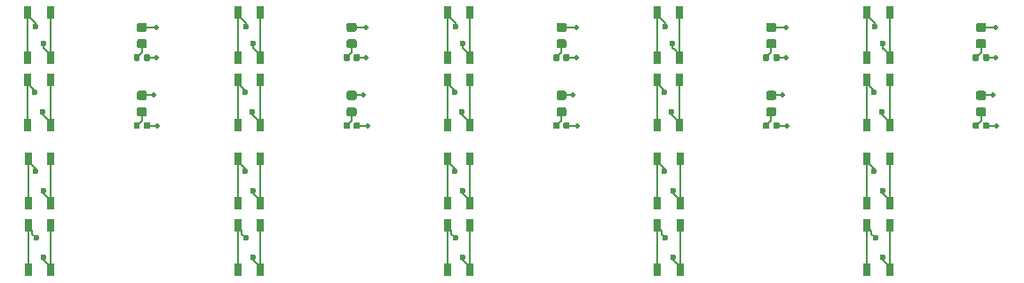
<source format=gbr>
G04 #@! TF.GenerationSoftware,KiCad,Pcbnew,(5.1.4)-1*
G04 #@! TF.CreationDate,2023-01-28T22:22:51+01:00*
G04 #@! TF.ProjectId,REG1-Front-Universal - Kopie,52454731-2d46-4726-9f6e-742d556e6976,V00.01*
G04 #@! TF.SameCoordinates,Original*
G04 #@! TF.FileFunction,Copper,L1,Top*
G04 #@! TF.FilePolarity,Positive*
%FSLAX46Y46*%
G04 Gerber Fmt 4.6, Leading zero omitted, Abs format (unit mm)*
G04 Created by KiCad (PCBNEW (5.1.4)-1) date 2023-01-28 22:22:51*
%MOMM*%
%LPD*%
G04 APERTURE LIST*
%ADD10R,0.650000X1.200000*%
%ADD11C,0.100000*%
%ADD12C,0.875000*%
%ADD13C,0.590000*%
%ADD14C,0.600000*%
%ADD15C,0.500000*%
%ADD16C,0.200000*%
%ADD17C,0.160000*%
G04 APERTURE END LIST*
D10*
X182785000Y-126310000D03*
X180635000Y-126310000D03*
X182785000Y-122010000D03*
X180635000Y-122010000D03*
X162785000Y-126310000D03*
X160635000Y-126310000D03*
X162785000Y-122010000D03*
X160635000Y-122010000D03*
X142785000Y-126310000D03*
X140635000Y-126310000D03*
X142785000Y-122010000D03*
X140635000Y-122010000D03*
X122785000Y-126310000D03*
X120635000Y-126310000D03*
X122785000Y-122010000D03*
X120635000Y-122010000D03*
X182800000Y-140125000D03*
X180650000Y-140125000D03*
X182800000Y-135825000D03*
X180650000Y-135825000D03*
X162800000Y-140125000D03*
X160650000Y-140125000D03*
X162800000Y-135825000D03*
X160650000Y-135825000D03*
X142800000Y-140125000D03*
X140650000Y-140125000D03*
X142800000Y-135825000D03*
X140650000Y-135825000D03*
X122800000Y-140125000D03*
X120650000Y-140125000D03*
X122800000Y-135825000D03*
X120650000Y-135825000D03*
D11*
G36*
X191777691Y-118101053D02*
G01*
X191798926Y-118104203D01*
X191819750Y-118109419D01*
X191839962Y-118116651D01*
X191859368Y-118125830D01*
X191877781Y-118136866D01*
X191895024Y-118149654D01*
X191910930Y-118164070D01*
X191925346Y-118179976D01*
X191938134Y-118197219D01*
X191949170Y-118215632D01*
X191958349Y-118235038D01*
X191965581Y-118255250D01*
X191970797Y-118276074D01*
X191973947Y-118297309D01*
X191975000Y-118318750D01*
X191975000Y-118756250D01*
X191973947Y-118777691D01*
X191970797Y-118798926D01*
X191965581Y-118819750D01*
X191958349Y-118839962D01*
X191949170Y-118859368D01*
X191938134Y-118877781D01*
X191925346Y-118895024D01*
X191910930Y-118910930D01*
X191895024Y-118925346D01*
X191877781Y-118938134D01*
X191859368Y-118949170D01*
X191839962Y-118958349D01*
X191819750Y-118965581D01*
X191798926Y-118970797D01*
X191777691Y-118973947D01*
X191756250Y-118975000D01*
X191243750Y-118975000D01*
X191222309Y-118973947D01*
X191201074Y-118970797D01*
X191180250Y-118965581D01*
X191160038Y-118958349D01*
X191140632Y-118949170D01*
X191122219Y-118938134D01*
X191104976Y-118925346D01*
X191089070Y-118910930D01*
X191074654Y-118895024D01*
X191061866Y-118877781D01*
X191050830Y-118859368D01*
X191041651Y-118839962D01*
X191034419Y-118819750D01*
X191029203Y-118798926D01*
X191026053Y-118777691D01*
X191025000Y-118756250D01*
X191025000Y-118318750D01*
X191026053Y-118297309D01*
X191029203Y-118276074D01*
X191034419Y-118255250D01*
X191041651Y-118235038D01*
X191050830Y-118215632D01*
X191061866Y-118197219D01*
X191074654Y-118179976D01*
X191089070Y-118164070D01*
X191104976Y-118149654D01*
X191122219Y-118136866D01*
X191140632Y-118125830D01*
X191160038Y-118116651D01*
X191180250Y-118109419D01*
X191201074Y-118104203D01*
X191222309Y-118101053D01*
X191243750Y-118100000D01*
X191756250Y-118100000D01*
X191777691Y-118101053D01*
X191777691Y-118101053D01*
G37*
D12*
X191500000Y-118537500D03*
D11*
G36*
X191777691Y-116526053D02*
G01*
X191798926Y-116529203D01*
X191819750Y-116534419D01*
X191839962Y-116541651D01*
X191859368Y-116550830D01*
X191877781Y-116561866D01*
X191895024Y-116574654D01*
X191910930Y-116589070D01*
X191925346Y-116604976D01*
X191938134Y-116622219D01*
X191949170Y-116640632D01*
X191958349Y-116660038D01*
X191965581Y-116680250D01*
X191970797Y-116701074D01*
X191973947Y-116722309D01*
X191975000Y-116743750D01*
X191975000Y-117181250D01*
X191973947Y-117202691D01*
X191970797Y-117223926D01*
X191965581Y-117244750D01*
X191958349Y-117264962D01*
X191949170Y-117284368D01*
X191938134Y-117302781D01*
X191925346Y-117320024D01*
X191910930Y-117335930D01*
X191895024Y-117350346D01*
X191877781Y-117363134D01*
X191859368Y-117374170D01*
X191839962Y-117383349D01*
X191819750Y-117390581D01*
X191798926Y-117395797D01*
X191777691Y-117398947D01*
X191756250Y-117400000D01*
X191243750Y-117400000D01*
X191222309Y-117398947D01*
X191201074Y-117395797D01*
X191180250Y-117390581D01*
X191160038Y-117383349D01*
X191140632Y-117374170D01*
X191122219Y-117363134D01*
X191104976Y-117350346D01*
X191089070Y-117335930D01*
X191074654Y-117320024D01*
X191061866Y-117302781D01*
X191050830Y-117284368D01*
X191041651Y-117264962D01*
X191034419Y-117244750D01*
X191029203Y-117223926D01*
X191026053Y-117202691D01*
X191025000Y-117181250D01*
X191025000Y-116743750D01*
X191026053Y-116722309D01*
X191029203Y-116701074D01*
X191034419Y-116680250D01*
X191041651Y-116660038D01*
X191050830Y-116640632D01*
X191061866Y-116622219D01*
X191074654Y-116604976D01*
X191089070Y-116589070D01*
X191104976Y-116574654D01*
X191122219Y-116561866D01*
X191140632Y-116550830D01*
X191160038Y-116541651D01*
X191180250Y-116534419D01*
X191201074Y-116529203D01*
X191222309Y-116526053D01*
X191243750Y-116525000D01*
X191756250Y-116525000D01*
X191777691Y-116526053D01*
X191777691Y-116526053D01*
G37*
D12*
X191500000Y-116962500D03*
D11*
G36*
X171777691Y-118101053D02*
G01*
X171798926Y-118104203D01*
X171819750Y-118109419D01*
X171839962Y-118116651D01*
X171859368Y-118125830D01*
X171877781Y-118136866D01*
X171895024Y-118149654D01*
X171910930Y-118164070D01*
X171925346Y-118179976D01*
X171938134Y-118197219D01*
X171949170Y-118215632D01*
X171958349Y-118235038D01*
X171965581Y-118255250D01*
X171970797Y-118276074D01*
X171973947Y-118297309D01*
X171975000Y-118318750D01*
X171975000Y-118756250D01*
X171973947Y-118777691D01*
X171970797Y-118798926D01*
X171965581Y-118819750D01*
X171958349Y-118839962D01*
X171949170Y-118859368D01*
X171938134Y-118877781D01*
X171925346Y-118895024D01*
X171910930Y-118910930D01*
X171895024Y-118925346D01*
X171877781Y-118938134D01*
X171859368Y-118949170D01*
X171839962Y-118958349D01*
X171819750Y-118965581D01*
X171798926Y-118970797D01*
X171777691Y-118973947D01*
X171756250Y-118975000D01*
X171243750Y-118975000D01*
X171222309Y-118973947D01*
X171201074Y-118970797D01*
X171180250Y-118965581D01*
X171160038Y-118958349D01*
X171140632Y-118949170D01*
X171122219Y-118938134D01*
X171104976Y-118925346D01*
X171089070Y-118910930D01*
X171074654Y-118895024D01*
X171061866Y-118877781D01*
X171050830Y-118859368D01*
X171041651Y-118839962D01*
X171034419Y-118819750D01*
X171029203Y-118798926D01*
X171026053Y-118777691D01*
X171025000Y-118756250D01*
X171025000Y-118318750D01*
X171026053Y-118297309D01*
X171029203Y-118276074D01*
X171034419Y-118255250D01*
X171041651Y-118235038D01*
X171050830Y-118215632D01*
X171061866Y-118197219D01*
X171074654Y-118179976D01*
X171089070Y-118164070D01*
X171104976Y-118149654D01*
X171122219Y-118136866D01*
X171140632Y-118125830D01*
X171160038Y-118116651D01*
X171180250Y-118109419D01*
X171201074Y-118104203D01*
X171222309Y-118101053D01*
X171243750Y-118100000D01*
X171756250Y-118100000D01*
X171777691Y-118101053D01*
X171777691Y-118101053D01*
G37*
D12*
X171500000Y-118537500D03*
D11*
G36*
X171777691Y-116526053D02*
G01*
X171798926Y-116529203D01*
X171819750Y-116534419D01*
X171839962Y-116541651D01*
X171859368Y-116550830D01*
X171877781Y-116561866D01*
X171895024Y-116574654D01*
X171910930Y-116589070D01*
X171925346Y-116604976D01*
X171938134Y-116622219D01*
X171949170Y-116640632D01*
X171958349Y-116660038D01*
X171965581Y-116680250D01*
X171970797Y-116701074D01*
X171973947Y-116722309D01*
X171975000Y-116743750D01*
X171975000Y-117181250D01*
X171973947Y-117202691D01*
X171970797Y-117223926D01*
X171965581Y-117244750D01*
X171958349Y-117264962D01*
X171949170Y-117284368D01*
X171938134Y-117302781D01*
X171925346Y-117320024D01*
X171910930Y-117335930D01*
X171895024Y-117350346D01*
X171877781Y-117363134D01*
X171859368Y-117374170D01*
X171839962Y-117383349D01*
X171819750Y-117390581D01*
X171798926Y-117395797D01*
X171777691Y-117398947D01*
X171756250Y-117400000D01*
X171243750Y-117400000D01*
X171222309Y-117398947D01*
X171201074Y-117395797D01*
X171180250Y-117390581D01*
X171160038Y-117383349D01*
X171140632Y-117374170D01*
X171122219Y-117363134D01*
X171104976Y-117350346D01*
X171089070Y-117335930D01*
X171074654Y-117320024D01*
X171061866Y-117302781D01*
X171050830Y-117284368D01*
X171041651Y-117264962D01*
X171034419Y-117244750D01*
X171029203Y-117223926D01*
X171026053Y-117202691D01*
X171025000Y-117181250D01*
X171025000Y-116743750D01*
X171026053Y-116722309D01*
X171029203Y-116701074D01*
X171034419Y-116680250D01*
X171041651Y-116660038D01*
X171050830Y-116640632D01*
X171061866Y-116622219D01*
X171074654Y-116604976D01*
X171089070Y-116589070D01*
X171104976Y-116574654D01*
X171122219Y-116561866D01*
X171140632Y-116550830D01*
X171160038Y-116541651D01*
X171180250Y-116534419D01*
X171201074Y-116529203D01*
X171222309Y-116526053D01*
X171243750Y-116525000D01*
X171756250Y-116525000D01*
X171777691Y-116526053D01*
X171777691Y-116526053D01*
G37*
D12*
X171500000Y-116962500D03*
D11*
G36*
X151777691Y-118101053D02*
G01*
X151798926Y-118104203D01*
X151819750Y-118109419D01*
X151839962Y-118116651D01*
X151859368Y-118125830D01*
X151877781Y-118136866D01*
X151895024Y-118149654D01*
X151910930Y-118164070D01*
X151925346Y-118179976D01*
X151938134Y-118197219D01*
X151949170Y-118215632D01*
X151958349Y-118235038D01*
X151965581Y-118255250D01*
X151970797Y-118276074D01*
X151973947Y-118297309D01*
X151975000Y-118318750D01*
X151975000Y-118756250D01*
X151973947Y-118777691D01*
X151970797Y-118798926D01*
X151965581Y-118819750D01*
X151958349Y-118839962D01*
X151949170Y-118859368D01*
X151938134Y-118877781D01*
X151925346Y-118895024D01*
X151910930Y-118910930D01*
X151895024Y-118925346D01*
X151877781Y-118938134D01*
X151859368Y-118949170D01*
X151839962Y-118958349D01*
X151819750Y-118965581D01*
X151798926Y-118970797D01*
X151777691Y-118973947D01*
X151756250Y-118975000D01*
X151243750Y-118975000D01*
X151222309Y-118973947D01*
X151201074Y-118970797D01*
X151180250Y-118965581D01*
X151160038Y-118958349D01*
X151140632Y-118949170D01*
X151122219Y-118938134D01*
X151104976Y-118925346D01*
X151089070Y-118910930D01*
X151074654Y-118895024D01*
X151061866Y-118877781D01*
X151050830Y-118859368D01*
X151041651Y-118839962D01*
X151034419Y-118819750D01*
X151029203Y-118798926D01*
X151026053Y-118777691D01*
X151025000Y-118756250D01*
X151025000Y-118318750D01*
X151026053Y-118297309D01*
X151029203Y-118276074D01*
X151034419Y-118255250D01*
X151041651Y-118235038D01*
X151050830Y-118215632D01*
X151061866Y-118197219D01*
X151074654Y-118179976D01*
X151089070Y-118164070D01*
X151104976Y-118149654D01*
X151122219Y-118136866D01*
X151140632Y-118125830D01*
X151160038Y-118116651D01*
X151180250Y-118109419D01*
X151201074Y-118104203D01*
X151222309Y-118101053D01*
X151243750Y-118100000D01*
X151756250Y-118100000D01*
X151777691Y-118101053D01*
X151777691Y-118101053D01*
G37*
D12*
X151500000Y-118537500D03*
D11*
G36*
X151777691Y-116526053D02*
G01*
X151798926Y-116529203D01*
X151819750Y-116534419D01*
X151839962Y-116541651D01*
X151859368Y-116550830D01*
X151877781Y-116561866D01*
X151895024Y-116574654D01*
X151910930Y-116589070D01*
X151925346Y-116604976D01*
X151938134Y-116622219D01*
X151949170Y-116640632D01*
X151958349Y-116660038D01*
X151965581Y-116680250D01*
X151970797Y-116701074D01*
X151973947Y-116722309D01*
X151975000Y-116743750D01*
X151975000Y-117181250D01*
X151973947Y-117202691D01*
X151970797Y-117223926D01*
X151965581Y-117244750D01*
X151958349Y-117264962D01*
X151949170Y-117284368D01*
X151938134Y-117302781D01*
X151925346Y-117320024D01*
X151910930Y-117335930D01*
X151895024Y-117350346D01*
X151877781Y-117363134D01*
X151859368Y-117374170D01*
X151839962Y-117383349D01*
X151819750Y-117390581D01*
X151798926Y-117395797D01*
X151777691Y-117398947D01*
X151756250Y-117400000D01*
X151243750Y-117400000D01*
X151222309Y-117398947D01*
X151201074Y-117395797D01*
X151180250Y-117390581D01*
X151160038Y-117383349D01*
X151140632Y-117374170D01*
X151122219Y-117363134D01*
X151104976Y-117350346D01*
X151089070Y-117335930D01*
X151074654Y-117320024D01*
X151061866Y-117302781D01*
X151050830Y-117284368D01*
X151041651Y-117264962D01*
X151034419Y-117244750D01*
X151029203Y-117223926D01*
X151026053Y-117202691D01*
X151025000Y-117181250D01*
X151025000Y-116743750D01*
X151026053Y-116722309D01*
X151029203Y-116701074D01*
X151034419Y-116680250D01*
X151041651Y-116660038D01*
X151050830Y-116640632D01*
X151061866Y-116622219D01*
X151074654Y-116604976D01*
X151089070Y-116589070D01*
X151104976Y-116574654D01*
X151122219Y-116561866D01*
X151140632Y-116550830D01*
X151160038Y-116541651D01*
X151180250Y-116534419D01*
X151201074Y-116529203D01*
X151222309Y-116526053D01*
X151243750Y-116525000D01*
X151756250Y-116525000D01*
X151777691Y-116526053D01*
X151777691Y-116526053D01*
G37*
D12*
X151500000Y-116962500D03*
D11*
G36*
X131777691Y-118101053D02*
G01*
X131798926Y-118104203D01*
X131819750Y-118109419D01*
X131839962Y-118116651D01*
X131859368Y-118125830D01*
X131877781Y-118136866D01*
X131895024Y-118149654D01*
X131910930Y-118164070D01*
X131925346Y-118179976D01*
X131938134Y-118197219D01*
X131949170Y-118215632D01*
X131958349Y-118235038D01*
X131965581Y-118255250D01*
X131970797Y-118276074D01*
X131973947Y-118297309D01*
X131975000Y-118318750D01*
X131975000Y-118756250D01*
X131973947Y-118777691D01*
X131970797Y-118798926D01*
X131965581Y-118819750D01*
X131958349Y-118839962D01*
X131949170Y-118859368D01*
X131938134Y-118877781D01*
X131925346Y-118895024D01*
X131910930Y-118910930D01*
X131895024Y-118925346D01*
X131877781Y-118938134D01*
X131859368Y-118949170D01*
X131839962Y-118958349D01*
X131819750Y-118965581D01*
X131798926Y-118970797D01*
X131777691Y-118973947D01*
X131756250Y-118975000D01*
X131243750Y-118975000D01*
X131222309Y-118973947D01*
X131201074Y-118970797D01*
X131180250Y-118965581D01*
X131160038Y-118958349D01*
X131140632Y-118949170D01*
X131122219Y-118938134D01*
X131104976Y-118925346D01*
X131089070Y-118910930D01*
X131074654Y-118895024D01*
X131061866Y-118877781D01*
X131050830Y-118859368D01*
X131041651Y-118839962D01*
X131034419Y-118819750D01*
X131029203Y-118798926D01*
X131026053Y-118777691D01*
X131025000Y-118756250D01*
X131025000Y-118318750D01*
X131026053Y-118297309D01*
X131029203Y-118276074D01*
X131034419Y-118255250D01*
X131041651Y-118235038D01*
X131050830Y-118215632D01*
X131061866Y-118197219D01*
X131074654Y-118179976D01*
X131089070Y-118164070D01*
X131104976Y-118149654D01*
X131122219Y-118136866D01*
X131140632Y-118125830D01*
X131160038Y-118116651D01*
X131180250Y-118109419D01*
X131201074Y-118104203D01*
X131222309Y-118101053D01*
X131243750Y-118100000D01*
X131756250Y-118100000D01*
X131777691Y-118101053D01*
X131777691Y-118101053D01*
G37*
D12*
X131500000Y-118537500D03*
D11*
G36*
X131777691Y-116526053D02*
G01*
X131798926Y-116529203D01*
X131819750Y-116534419D01*
X131839962Y-116541651D01*
X131859368Y-116550830D01*
X131877781Y-116561866D01*
X131895024Y-116574654D01*
X131910930Y-116589070D01*
X131925346Y-116604976D01*
X131938134Y-116622219D01*
X131949170Y-116640632D01*
X131958349Y-116660038D01*
X131965581Y-116680250D01*
X131970797Y-116701074D01*
X131973947Y-116722309D01*
X131975000Y-116743750D01*
X131975000Y-117181250D01*
X131973947Y-117202691D01*
X131970797Y-117223926D01*
X131965581Y-117244750D01*
X131958349Y-117264962D01*
X131949170Y-117284368D01*
X131938134Y-117302781D01*
X131925346Y-117320024D01*
X131910930Y-117335930D01*
X131895024Y-117350346D01*
X131877781Y-117363134D01*
X131859368Y-117374170D01*
X131839962Y-117383349D01*
X131819750Y-117390581D01*
X131798926Y-117395797D01*
X131777691Y-117398947D01*
X131756250Y-117400000D01*
X131243750Y-117400000D01*
X131222309Y-117398947D01*
X131201074Y-117395797D01*
X131180250Y-117390581D01*
X131160038Y-117383349D01*
X131140632Y-117374170D01*
X131122219Y-117363134D01*
X131104976Y-117350346D01*
X131089070Y-117335930D01*
X131074654Y-117320024D01*
X131061866Y-117302781D01*
X131050830Y-117284368D01*
X131041651Y-117264962D01*
X131034419Y-117244750D01*
X131029203Y-117223926D01*
X131026053Y-117202691D01*
X131025000Y-117181250D01*
X131025000Y-116743750D01*
X131026053Y-116722309D01*
X131029203Y-116701074D01*
X131034419Y-116680250D01*
X131041651Y-116660038D01*
X131050830Y-116640632D01*
X131061866Y-116622219D01*
X131074654Y-116604976D01*
X131089070Y-116589070D01*
X131104976Y-116574654D01*
X131122219Y-116561866D01*
X131140632Y-116550830D01*
X131160038Y-116541651D01*
X131180250Y-116534419D01*
X131201074Y-116529203D01*
X131222309Y-116526053D01*
X131243750Y-116525000D01*
X131756250Y-116525000D01*
X131777691Y-116526053D01*
X131777691Y-116526053D01*
G37*
D12*
X131500000Y-116962500D03*
D11*
G36*
X191777691Y-124601053D02*
G01*
X191798926Y-124604203D01*
X191819750Y-124609419D01*
X191839962Y-124616651D01*
X191859368Y-124625830D01*
X191877781Y-124636866D01*
X191895024Y-124649654D01*
X191910930Y-124664070D01*
X191925346Y-124679976D01*
X191938134Y-124697219D01*
X191949170Y-124715632D01*
X191958349Y-124735038D01*
X191965581Y-124755250D01*
X191970797Y-124776074D01*
X191973947Y-124797309D01*
X191975000Y-124818750D01*
X191975000Y-125256250D01*
X191973947Y-125277691D01*
X191970797Y-125298926D01*
X191965581Y-125319750D01*
X191958349Y-125339962D01*
X191949170Y-125359368D01*
X191938134Y-125377781D01*
X191925346Y-125395024D01*
X191910930Y-125410930D01*
X191895024Y-125425346D01*
X191877781Y-125438134D01*
X191859368Y-125449170D01*
X191839962Y-125458349D01*
X191819750Y-125465581D01*
X191798926Y-125470797D01*
X191777691Y-125473947D01*
X191756250Y-125475000D01*
X191243750Y-125475000D01*
X191222309Y-125473947D01*
X191201074Y-125470797D01*
X191180250Y-125465581D01*
X191160038Y-125458349D01*
X191140632Y-125449170D01*
X191122219Y-125438134D01*
X191104976Y-125425346D01*
X191089070Y-125410930D01*
X191074654Y-125395024D01*
X191061866Y-125377781D01*
X191050830Y-125359368D01*
X191041651Y-125339962D01*
X191034419Y-125319750D01*
X191029203Y-125298926D01*
X191026053Y-125277691D01*
X191025000Y-125256250D01*
X191025000Y-124818750D01*
X191026053Y-124797309D01*
X191029203Y-124776074D01*
X191034419Y-124755250D01*
X191041651Y-124735038D01*
X191050830Y-124715632D01*
X191061866Y-124697219D01*
X191074654Y-124679976D01*
X191089070Y-124664070D01*
X191104976Y-124649654D01*
X191122219Y-124636866D01*
X191140632Y-124625830D01*
X191160038Y-124616651D01*
X191180250Y-124609419D01*
X191201074Y-124604203D01*
X191222309Y-124601053D01*
X191243750Y-124600000D01*
X191756250Y-124600000D01*
X191777691Y-124601053D01*
X191777691Y-124601053D01*
G37*
D12*
X191500000Y-125037500D03*
D11*
G36*
X191777691Y-123026053D02*
G01*
X191798926Y-123029203D01*
X191819750Y-123034419D01*
X191839962Y-123041651D01*
X191859368Y-123050830D01*
X191877781Y-123061866D01*
X191895024Y-123074654D01*
X191910930Y-123089070D01*
X191925346Y-123104976D01*
X191938134Y-123122219D01*
X191949170Y-123140632D01*
X191958349Y-123160038D01*
X191965581Y-123180250D01*
X191970797Y-123201074D01*
X191973947Y-123222309D01*
X191975000Y-123243750D01*
X191975000Y-123681250D01*
X191973947Y-123702691D01*
X191970797Y-123723926D01*
X191965581Y-123744750D01*
X191958349Y-123764962D01*
X191949170Y-123784368D01*
X191938134Y-123802781D01*
X191925346Y-123820024D01*
X191910930Y-123835930D01*
X191895024Y-123850346D01*
X191877781Y-123863134D01*
X191859368Y-123874170D01*
X191839962Y-123883349D01*
X191819750Y-123890581D01*
X191798926Y-123895797D01*
X191777691Y-123898947D01*
X191756250Y-123900000D01*
X191243750Y-123900000D01*
X191222309Y-123898947D01*
X191201074Y-123895797D01*
X191180250Y-123890581D01*
X191160038Y-123883349D01*
X191140632Y-123874170D01*
X191122219Y-123863134D01*
X191104976Y-123850346D01*
X191089070Y-123835930D01*
X191074654Y-123820024D01*
X191061866Y-123802781D01*
X191050830Y-123784368D01*
X191041651Y-123764962D01*
X191034419Y-123744750D01*
X191029203Y-123723926D01*
X191026053Y-123702691D01*
X191025000Y-123681250D01*
X191025000Y-123243750D01*
X191026053Y-123222309D01*
X191029203Y-123201074D01*
X191034419Y-123180250D01*
X191041651Y-123160038D01*
X191050830Y-123140632D01*
X191061866Y-123122219D01*
X191074654Y-123104976D01*
X191089070Y-123089070D01*
X191104976Y-123074654D01*
X191122219Y-123061866D01*
X191140632Y-123050830D01*
X191160038Y-123041651D01*
X191180250Y-123034419D01*
X191201074Y-123029203D01*
X191222309Y-123026053D01*
X191243750Y-123025000D01*
X191756250Y-123025000D01*
X191777691Y-123026053D01*
X191777691Y-123026053D01*
G37*
D12*
X191500000Y-123462500D03*
D11*
G36*
X171777691Y-124601053D02*
G01*
X171798926Y-124604203D01*
X171819750Y-124609419D01*
X171839962Y-124616651D01*
X171859368Y-124625830D01*
X171877781Y-124636866D01*
X171895024Y-124649654D01*
X171910930Y-124664070D01*
X171925346Y-124679976D01*
X171938134Y-124697219D01*
X171949170Y-124715632D01*
X171958349Y-124735038D01*
X171965581Y-124755250D01*
X171970797Y-124776074D01*
X171973947Y-124797309D01*
X171975000Y-124818750D01*
X171975000Y-125256250D01*
X171973947Y-125277691D01*
X171970797Y-125298926D01*
X171965581Y-125319750D01*
X171958349Y-125339962D01*
X171949170Y-125359368D01*
X171938134Y-125377781D01*
X171925346Y-125395024D01*
X171910930Y-125410930D01*
X171895024Y-125425346D01*
X171877781Y-125438134D01*
X171859368Y-125449170D01*
X171839962Y-125458349D01*
X171819750Y-125465581D01*
X171798926Y-125470797D01*
X171777691Y-125473947D01*
X171756250Y-125475000D01*
X171243750Y-125475000D01*
X171222309Y-125473947D01*
X171201074Y-125470797D01*
X171180250Y-125465581D01*
X171160038Y-125458349D01*
X171140632Y-125449170D01*
X171122219Y-125438134D01*
X171104976Y-125425346D01*
X171089070Y-125410930D01*
X171074654Y-125395024D01*
X171061866Y-125377781D01*
X171050830Y-125359368D01*
X171041651Y-125339962D01*
X171034419Y-125319750D01*
X171029203Y-125298926D01*
X171026053Y-125277691D01*
X171025000Y-125256250D01*
X171025000Y-124818750D01*
X171026053Y-124797309D01*
X171029203Y-124776074D01*
X171034419Y-124755250D01*
X171041651Y-124735038D01*
X171050830Y-124715632D01*
X171061866Y-124697219D01*
X171074654Y-124679976D01*
X171089070Y-124664070D01*
X171104976Y-124649654D01*
X171122219Y-124636866D01*
X171140632Y-124625830D01*
X171160038Y-124616651D01*
X171180250Y-124609419D01*
X171201074Y-124604203D01*
X171222309Y-124601053D01*
X171243750Y-124600000D01*
X171756250Y-124600000D01*
X171777691Y-124601053D01*
X171777691Y-124601053D01*
G37*
D12*
X171500000Y-125037500D03*
D11*
G36*
X171777691Y-123026053D02*
G01*
X171798926Y-123029203D01*
X171819750Y-123034419D01*
X171839962Y-123041651D01*
X171859368Y-123050830D01*
X171877781Y-123061866D01*
X171895024Y-123074654D01*
X171910930Y-123089070D01*
X171925346Y-123104976D01*
X171938134Y-123122219D01*
X171949170Y-123140632D01*
X171958349Y-123160038D01*
X171965581Y-123180250D01*
X171970797Y-123201074D01*
X171973947Y-123222309D01*
X171975000Y-123243750D01*
X171975000Y-123681250D01*
X171973947Y-123702691D01*
X171970797Y-123723926D01*
X171965581Y-123744750D01*
X171958349Y-123764962D01*
X171949170Y-123784368D01*
X171938134Y-123802781D01*
X171925346Y-123820024D01*
X171910930Y-123835930D01*
X171895024Y-123850346D01*
X171877781Y-123863134D01*
X171859368Y-123874170D01*
X171839962Y-123883349D01*
X171819750Y-123890581D01*
X171798926Y-123895797D01*
X171777691Y-123898947D01*
X171756250Y-123900000D01*
X171243750Y-123900000D01*
X171222309Y-123898947D01*
X171201074Y-123895797D01*
X171180250Y-123890581D01*
X171160038Y-123883349D01*
X171140632Y-123874170D01*
X171122219Y-123863134D01*
X171104976Y-123850346D01*
X171089070Y-123835930D01*
X171074654Y-123820024D01*
X171061866Y-123802781D01*
X171050830Y-123784368D01*
X171041651Y-123764962D01*
X171034419Y-123744750D01*
X171029203Y-123723926D01*
X171026053Y-123702691D01*
X171025000Y-123681250D01*
X171025000Y-123243750D01*
X171026053Y-123222309D01*
X171029203Y-123201074D01*
X171034419Y-123180250D01*
X171041651Y-123160038D01*
X171050830Y-123140632D01*
X171061866Y-123122219D01*
X171074654Y-123104976D01*
X171089070Y-123089070D01*
X171104976Y-123074654D01*
X171122219Y-123061866D01*
X171140632Y-123050830D01*
X171160038Y-123041651D01*
X171180250Y-123034419D01*
X171201074Y-123029203D01*
X171222309Y-123026053D01*
X171243750Y-123025000D01*
X171756250Y-123025000D01*
X171777691Y-123026053D01*
X171777691Y-123026053D01*
G37*
D12*
X171500000Y-123462500D03*
D11*
G36*
X151777691Y-124601053D02*
G01*
X151798926Y-124604203D01*
X151819750Y-124609419D01*
X151839962Y-124616651D01*
X151859368Y-124625830D01*
X151877781Y-124636866D01*
X151895024Y-124649654D01*
X151910930Y-124664070D01*
X151925346Y-124679976D01*
X151938134Y-124697219D01*
X151949170Y-124715632D01*
X151958349Y-124735038D01*
X151965581Y-124755250D01*
X151970797Y-124776074D01*
X151973947Y-124797309D01*
X151975000Y-124818750D01*
X151975000Y-125256250D01*
X151973947Y-125277691D01*
X151970797Y-125298926D01*
X151965581Y-125319750D01*
X151958349Y-125339962D01*
X151949170Y-125359368D01*
X151938134Y-125377781D01*
X151925346Y-125395024D01*
X151910930Y-125410930D01*
X151895024Y-125425346D01*
X151877781Y-125438134D01*
X151859368Y-125449170D01*
X151839962Y-125458349D01*
X151819750Y-125465581D01*
X151798926Y-125470797D01*
X151777691Y-125473947D01*
X151756250Y-125475000D01*
X151243750Y-125475000D01*
X151222309Y-125473947D01*
X151201074Y-125470797D01*
X151180250Y-125465581D01*
X151160038Y-125458349D01*
X151140632Y-125449170D01*
X151122219Y-125438134D01*
X151104976Y-125425346D01*
X151089070Y-125410930D01*
X151074654Y-125395024D01*
X151061866Y-125377781D01*
X151050830Y-125359368D01*
X151041651Y-125339962D01*
X151034419Y-125319750D01*
X151029203Y-125298926D01*
X151026053Y-125277691D01*
X151025000Y-125256250D01*
X151025000Y-124818750D01*
X151026053Y-124797309D01*
X151029203Y-124776074D01*
X151034419Y-124755250D01*
X151041651Y-124735038D01*
X151050830Y-124715632D01*
X151061866Y-124697219D01*
X151074654Y-124679976D01*
X151089070Y-124664070D01*
X151104976Y-124649654D01*
X151122219Y-124636866D01*
X151140632Y-124625830D01*
X151160038Y-124616651D01*
X151180250Y-124609419D01*
X151201074Y-124604203D01*
X151222309Y-124601053D01*
X151243750Y-124600000D01*
X151756250Y-124600000D01*
X151777691Y-124601053D01*
X151777691Y-124601053D01*
G37*
D12*
X151500000Y-125037500D03*
D11*
G36*
X151777691Y-123026053D02*
G01*
X151798926Y-123029203D01*
X151819750Y-123034419D01*
X151839962Y-123041651D01*
X151859368Y-123050830D01*
X151877781Y-123061866D01*
X151895024Y-123074654D01*
X151910930Y-123089070D01*
X151925346Y-123104976D01*
X151938134Y-123122219D01*
X151949170Y-123140632D01*
X151958349Y-123160038D01*
X151965581Y-123180250D01*
X151970797Y-123201074D01*
X151973947Y-123222309D01*
X151975000Y-123243750D01*
X151975000Y-123681250D01*
X151973947Y-123702691D01*
X151970797Y-123723926D01*
X151965581Y-123744750D01*
X151958349Y-123764962D01*
X151949170Y-123784368D01*
X151938134Y-123802781D01*
X151925346Y-123820024D01*
X151910930Y-123835930D01*
X151895024Y-123850346D01*
X151877781Y-123863134D01*
X151859368Y-123874170D01*
X151839962Y-123883349D01*
X151819750Y-123890581D01*
X151798926Y-123895797D01*
X151777691Y-123898947D01*
X151756250Y-123900000D01*
X151243750Y-123900000D01*
X151222309Y-123898947D01*
X151201074Y-123895797D01*
X151180250Y-123890581D01*
X151160038Y-123883349D01*
X151140632Y-123874170D01*
X151122219Y-123863134D01*
X151104976Y-123850346D01*
X151089070Y-123835930D01*
X151074654Y-123820024D01*
X151061866Y-123802781D01*
X151050830Y-123784368D01*
X151041651Y-123764962D01*
X151034419Y-123744750D01*
X151029203Y-123723926D01*
X151026053Y-123702691D01*
X151025000Y-123681250D01*
X151025000Y-123243750D01*
X151026053Y-123222309D01*
X151029203Y-123201074D01*
X151034419Y-123180250D01*
X151041651Y-123160038D01*
X151050830Y-123140632D01*
X151061866Y-123122219D01*
X151074654Y-123104976D01*
X151089070Y-123089070D01*
X151104976Y-123074654D01*
X151122219Y-123061866D01*
X151140632Y-123050830D01*
X151160038Y-123041651D01*
X151180250Y-123034419D01*
X151201074Y-123029203D01*
X151222309Y-123026053D01*
X151243750Y-123025000D01*
X151756250Y-123025000D01*
X151777691Y-123026053D01*
X151777691Y-123026053D01*
G37*
D12*
X151500000Y-123462500D03*
D11*
G36*
X131777691Y-124601053D02*
G01*
X131798926Y-124604203D01*
X131819750Y-124609419D01*
X131839962Y-124616651D01*
X131859368Y-124625830D01*
X131877781Y-124636866D01*
X131895024Y-124649654D01*
X131910930Y-124664070D01*
X131925346Y-124679976D01*
X131938134Y-124697219D01*
X131949170Y-124715632D01*
X131958349Y-124735038D01*
X131965581Y-124755250D01*
X131970797Y-124776074D01*
X131973947Y-124797309D01*
X131975000Y-124818750D01*
X131975000Y-125256250D01*
X131973947Y-125277691D01*
X131970797Y-125298926D01*
X131965581Y-125319750D01*
X131958349Y-125339962D01*
X131949170Y-125359368D01*
X131938134Y-125377781D01*
X131925346Y-125395024D01*
X131910930Y-125410930D01*
X131895024Y-125425346D01*
X131877781Y-125438134D01*
X131859368Y-125449170D01*
X131839962Y-125458349D01*
X131819750Y-125465581D01*
X131798926Y-125470797D01*
X131777691Y-125473947D01*
X131756250Y-125475000D01*
X131243750Y-125475000D01*
X131222309Y-125473947D01*
X131201074Y-125470797D01*
X131180250Y-125465581D01*
X131160038Y-125458349D01*
X131140632Y-125449170D01*
X131122219Y-125438134D01*
X131104976Y-125425346D01*
X131089070Y-125410930D01*
X131074654Y-125395024D01*
X131061866Y-125377781D01*
X131050830Y-125359368D01*
X131041651Y-125339962D01*
X131034419Y-125319750D01*
X131029203Y-125298926D01*
X131026053Y-125277691D01*
X131025000Y-125256250D01*
X131025000Y-124818750D01*
X131026053Y-124797309D01*
X131029203Y-124776074D01*
X131034419Y-124755250D01*
X131041651Y-124735038D01*
X131050830Y-124715632D01*
X131061866Y-124697219D01*
X131074654Y-124679976D01*
X131089070Y-124664070D01*
X131104976Y-124649654D01*
X131122219Y-124636866D01*
X131140632Y-124625830D01*
X131160038Y-124616651D01*
X131180250Y-124609419D01*
X131201074Y-124604203D01*
X131222309Y-124601053D01*
X131243750Y-124600000D01*
X131756250Y-124600000D01*
X131777691Y-124601053D01*
X131777691Y-124601053D01*
G37*
D12*
X131500000Y-125037500D03*
D11*
G36*
X131777691Y-123026053D02*
G01*
X131798926Y-123029203D01*
X131819750Y-123034419D01*
X131839962Y-123041651D01*
X131859368Y-123050830D01*
X131877781Y-123061866D01*
X131895024Y-123074654D01*
X131910930Y-123089070D01*
X131925346Y-123104976D01*
X131938134Y-123122219D01*
X131949170Y-123140632D01*
X131958349Y-123160038D01*
X131965581Y-123180250D01*
X131970797Y-123201074D01*
X131973947Y-123222309D01*
X131975000Y-123243750D01*
X131975000Y-123681250D01*
X131973947Y-123702691D01*
X131970797Y-123723926D01*
X131965581Y-123744750D01*
X131958349Y-123764962D01*
X131949170Y-123784368D01*
X131938134Y-123802781D01*
X131925346Y-123820024D01*
X131910930Y-123835930D01*
X131895024Y-123850346D01*
X131877781Y-123863134D01*
X131859368Y-123874170D01*
X131839962Y-123883349D01*
X131819750Y-123890581D01*
X131798926Y-123895797D01*
X131777691Y-123898947D01*
X131756250Y-123900000D01*
X131243750Y-123900000D01*
X131222309Y-123898947D01*
X131201074Y-123895797D01*
X131180250Y-123890581D01*
X131160038Y-123883349D01*
X131140632Y-123874170D01*
X131122219Y-123863134D01*
X131104976Y-123850346D01*
X131089070Y-123835930D01*
X131074654Y-123820024D01*
X131061866Y-123802781D01*
X131050830Y-123784368D01*
X131041651Y-123764962D01*
X131034419Y-123744750D01*
X131029203Y-123723926D01*
X131026053Y-123702691D01*
X131025000Y-123681250D01*
X131025000Y-123243750D01*
X131026053Y-123222309D01*
X131029203Y-123201074D01*
X131034419Y-123180250D01*
X131041651Y-123160038D01*
X131050830Y-123140632D01*
X131061866Y-123122219D01*
X131074654Y-123104976D01*
X131089070Y-123089070D01*
X131104976Y-123074654D01*
X131122219Y-123061866D01*
X131140632Y-123050830D01*
X131160038Y-123041651D01*
X131180250Y-123034419D01*
X131201074Y-123029203D01*
X131222309Y-123026053D01*
X131243750Y-123025000D01*
X131756250Y-123025000D01*
X131777691Y-123026053D01*
X131777691Y-123026053D01*
G37*
D12*
X131500000Y-123462500D03*
D10*
X182795000Y-133780000D03*
X180645000Y-133780000D03*
X182795000Y-129480000D03*
X180645000Y-129480000D03*
X162795000Y-133780000D03*
X160645000Y-133780000D03*
X162795000Y-129480000D03*
X160645000Y-129480000D03*
X142795000Y-133780000D03*
X140645000Y-133780000D03*
X142795000Y-129480000D03*
X140645000Y-129480000D03*
X122795000Y-133780000D03*
X120645000Y-133780000D03*
X122795000Y-129480000D03*
X120645000Y-129480000D03*
X182775000Y-119850000D03*
X180625000Y-119850000D03*
X182775000Y-115550000D03*
X180625000Y-115550000D03*
X162775000Y-119850000D03*
X160625000Y-119850000D03*
X162775000Y-115550000D03*
X160625000Y-115550000D03*
X142775000Y-119850000D03*
X140625000Y-119850000D03*
X142775000Y-115550000D03*
X140625000Y-115550000D03*
X122775000Y-119850000D03*
X120625000Y-119850000D03*
X122775000Y-115550000D03*
X120625000Y-115550000D03*
D11*
G36*
X192146958Y-119530710D02*
G01*
X192161276Y-119532834D01*
X192175317Y-119536351D01*
X192188946Y-119541228D01*
X192202031Y-119547417D01*
X192214447Y-119554858D01*
X192226073Y-119563481D01*
X192236798Y-119573202D01*
X192246519Y-119583927D01*
X192255142Y-119595553D01*
X192262583Y-119607969D01*
X192268772Y-119621054D01*
X192273649Y-119634683D01*
X192277166Y-119648724D01*
X192279290Y-119663042D01*
X192280000Y-119677500D01*
X192280000Y-120022500D01*
X192279290Y-120036958D01*
X192277166Y-120051276D01*
X192273649Y-120065317D01*
X192268772Y-120078946D01*
X192262583Y-120092031D01*
X192255142Y-120104447D01*
X192246519Y-120116073D01*
X192236798Y-120126798D01*
X192226073Y-120136519D01*
X192214447Y-120145142D01*
X192202031Y-120152583D01*
X192188946Y-120158772D01*
X192175317Y-120163649D01*
X192161276Y-120167166D01*
X192146958Y-120169290D01*
X192132500Y-120170000D01*
X191837500Y-120170000D01*
X191823042Y-120169290D01*
X191808724Y-120167166D01*
X191794683Y-120163649D01*
X191781054Y-120158772D01*
X191767969Y-120152583D01*
X191755553Y-120145142D01*
X191743927Y-120136519D01*
X191733202Y-120126798D01*
X191723481Y-120116073D01*
X191714858Y-120104447D01*
X191707417Y-120092031D01*
X191701228Y-120078946D01*
X191696351Y-120065317D01*
X191692834Y-120051276D01*
X191690710Y-120036958D01*
X191690000Y-120022500D01*
X191690000Y-119677500D01*
X191690710Y-119663042D01*
X191692834Y-119648724D01*
X191696351Y-119634683D01*
X191701228Y-119621054D01*
X191707417Y-119607969D01*
X191714858Y-119595553D01*
X191723481Y-119583927D01*
X191733202Y-119573202D01*
X191743927Y-119563481D01*
X191755553Y-119554858D01*
X191767969Y-119547417D01*
X191781054Y-119541228D01*
X191794683Y-119536351D01*
X191808724Y-119532834D01*
X191823042Y-119530710D01*
X191837500Y-119530000D01*
X192132500Y-119530000D01*
X192146958Y-119530710D01*
X192146958Y-119530710D01*
G37*
D13*
X191985000Y-119850000D03*
D11*
G36*
X191176958Y-119530710D02*
G01*
X191191276Y-119532834D01*
X191205317Y-119536351D01*
X191218946Y-119541228D01*
X191232031Y-119547417D01*
X191244447Y-119554858D01*
X191256073Y-119563481D01*
X191266798Y-119573202D01*
X191276519Y-119583927D01*
X191285142Y-119595553D01*
X191292583Y-119607969D01*
X191298772Y-119621054D01*
X191303649Y-119634683D01*
X191307166Y-119648724D01*
X191309290Y-119663042D01*
X191310000Y-119677500D01*
X191310000Y-120022500D01*
X191309290Y-120036958D01*
X191307166Y-120051276D01*
X191303649Y-120065317D01*
X191298772Y-120078946D01*
X191292583Y-120092031D01*
X191285142Y-120104447D01*
X191276519Y-120116073D01*
X191266798Y-120126798D01*
X191256073Y-120136519D01*
X191244447Y-120145142D01*
X191232031Y-120152583D01*
X191218946Y-120158772D01*
X191205317Y-120163649D01*
X191191276Y-120167166D01*
X191176958Y-120169290D01*
X191162500Y-120170000D01*
X190867500Y-120170000D01*
X190853042Y-120169290D01*
X190838724Y-120167166D01*
X190824683Y-120163649D01*
X190811054Y-120158772D01*
X190797969Y-120152583D01*
X190785553Y-120145142D01*
X190773927Y-120136519D01*
X190763202Y-120126798D01*
X190753481Y-120116073D01*
X190744858Y-120104447D01*
X190737417Y-120092031D01*
X190731228Y-120078946D01*
X190726351Y-120065317D01*
X190722834Y-120051276D01*
X190720710Y-120036958D01*
X190720000Y-120022500D01*
X190720000Y-119677500D01*
X190720710Y-119663042D01*
X190722834Y-119648724D01*
X190726351Y-119634683D01*
X190731228Y-119621054D01*
X190737417Y-119607969D01*
X190744858Y-119595553D01*
X190753481Y-119583927D01*
X190763202Y-119573202D01*
X190773927Y-119563481D01*
X190785553Y-119554858D01*
X190797969Y-119547417D01*
X190811054Y-119541228D01*
X190824683Y-119536351D01*
X190838724Y-119532834D01*
X190853042Y-119530710D01*
X190867500Y-119530000D01*
X191162500Y-119530000D01*
X191176958Y-119530710D01*
X191176958Y-119530710D01*
G37*
D13*
X191015000Y-119850000D03*
D11*
G36*
X172146958Y-119530710D02*
G01*
X172161276Y-119532834D01*
X172175317Y-119536351D01*
X172188946Y-119541228D01*
X172202031Y-119547417D01*
X172214447Y-119554858D01*
X172226073Y-119563481D01*
X172236798Y-119573202D01*
X172246519Y-119583927D01*
X172255142Y-119595553D01*
X172262583Y-119607969D01*
X172268772Y-119621054D01*
X172273649Y-119634683D01*
X172277166Y-119648724D01*
X172279290Y-119663042D01*
X172280000Y-119677500D01*
X172280000Y-120022500D01*
X172279290Y-120036958D01*
X172277166Y-120051276D01*
X172273649Y-120065317D01*
X172268772Y-120078946D01*
X172262583Y-120092031D01*
X172255142Y-120104447D01*
X172246519Y-120116073D01*
X172236798Y-120126798D01*
X172226073Y-120136519D01*
X172214447Y-120145142D01*
X172202031Y-120152583D01*
X172188946Y-120158772D01*
X172175317Y-120163649D01*
X172161276Y-120167166D01*
X172146958Y-120169290D01*
X172132500Y-120170000D01*
X171837500Y-120170000D01*
X171823042Y-120169290D01*
X171808724Y-120167166D01*
X171794683Y-120163649D01*
X171781054Y-120158772D01*
X171767969Y-120152583D01*
X171755553Y-120145142D01*
X171743927Y-120136519D01*
X171733202Y-120126798D01*
X171723481Y-120116073D01*
X171714858Y-120104447D01*
X171707417Y-120092031D01*
X171701228Y-120078946D01*
X171696351Y-120065317D01*
X171692834Y-120051276D01*
X171690710Y-120036958D01*
X171690000Y-120022500D01*
X171690000Y-119677500D01*
X171690710Y-119663042D01*
X171692834Y-119648724D01*
X171696351Y-119634683D01*
X171701228Y-119621054D01*
X171707417Y-119607969D01*
X171714858Y-119595553D01*
X171723481Y-119583927D01*
X171733202Y-119573202D01*
X171743927Y-119563481D01*
X171755553Y-119554858D01*
X171767969Y-119547417D01*
X171781054Y-119541228D01*
X171794683Y-119536351D01*
X171808724Y-119532834D01*
X171823042Y-119530710D01*
X171837500Y-119530000D01*
X172132500Y-119530000D01*
X172146958Y-119530710D01*
X172146958Y-119530710D01*
G37*
D13*
X171985000Y-119850000D03*
D11*
G36*
X171176958Y-119530710D02*
G01*
X171191276Y-119532834D01*
X171205317Y-119536351D01*
X171218946Y-119541228D01*
X171232031Y-119547417D01*
X171244447Y-119554858D01*
X171256073Y-119563481D01*
X171266798Y-119573202D01*
X171276519Y-119583927D01*
X171285142Y-119595553D01*
X171292583Y-119607969D01*
X171298772Y-119621054D01*
X171303649Y-119634683D01*
X171307166Y-119648724D01*
X171309290Y-119663042D01*
X171310000Y-119677500D01*
X171310000Y-120022500D01*
X171309290Y-120036958D01*
X171307166Y-120051276D01*
X171303649Y-120065317D01*
X171298772Y-120078946D01*
X171292583Y-120092031D01*
X171285142Y-120104447D01*
X171276519Y-120116073D01*
X171266798Y-120126798D01*
X171256073Y-120136519D01*
X171244447Y-120145142D01*
X171232031Y-120152583D01*
X171218946Y-120158772D01*
X171205317Y-120163649D01*
X171191276Y-120167166D01*
X171176958Y-120169290D01*
X171162500Y-120170000D01*
X170867500Y-120170000D01*
X170853042Y-120169290D01*
X170838724Y-120167166D01*
X170824683Y-120163649D01*
X170811054Y-120158772D01*
X170797969Y-120152583D01*
X170785553Y-120145142D01*
X170773927Y-120136519D01*
X170763202Y-120126798D01*
X170753481Y-120116073D01*
X170744858Y-120104447D01*
X170737417Y-120092031D01*
X170731228Y-120078946D01*
X170726351Y-120065317D01*
X170722834Y-120051276D01*
X170720710Y-120036958D01*
X170720000Y-120022500D01*
X170720000Y-119677500D01*
X170720710Y-119663042D01*
X170722834Y-119648724D01*
X170726351Y-119634683D01*
X170731228Y-119621054D01*
X170737417Y-119607969D01*
X170744858Y-119595553D01*
X170753481Y-119583927D01*
X170763202Y-119573202D01*
X170773927Y-119563481D01*
X170785553Y-119554858D01*
X170797969Y-119547417D01*
X170811054Y-119541228D01*
X170824683Y-119536351D01*
X170838724Y-119532834D01*
X170853042Y-119530710D01*
X170867500Y-119530000D01*
X171162500Y-119530000D01*
X171176958Y-119530710D01*
X171176958Y-119530710D01*
G37*
D13*
X171015000Y-119850000D03*
D11*
G36*
X152146958Y-119530710D02*
G01*
X152161276Y-119532834D01*
X152175317Y-119536351D01*
X152188946Y-119541228D01*
X152202031Y-119547417D01*
X152214447Y-119554858D01*
X152226073Y-119563481D01*
X152236798Y-119573202D01*
X152246519Y-119583927D01*
X152255142Y-119595553D01*
X152262583Y-119607969D01*
X152268772Y-119621054D01*
X152273649Y-119634683D01*
X152277166Y-119648724D01*
X152279290Y-119663042D01*
X152280000Y-119677500D01*
X152280000Y-120022500D01*
X152279290Y-120036958D01*
X152277166Y-120051276D01*
X152273649Y-120065317D01*
X152268772Y-120078946D01*
X152262583Y-120092031D01*
X152255142Y-120104447D01*
X152246519Y-120116073D01*
X152236798Y-120126798D01*
X152226073Y-120136519D01*
X152214447Y-120145142D01*
X152202031Y-120152583D01*
X152188946Y-120158772D01*
X152175317Y-120163649D01*
X152161276Y-120167166D01*
X152146958Y-120169290D01*
X152132500Y-120170000D01*
X151837500Y-120170000D01*
X151823042Y-120169290D01*
X151808724Y-120167166D01*
X151794683Y-120163649D01*
X151781054Y-120158772D01*
X151767969Y-120152583D01*
X151755553Y-120145142D01*
X151743927Y-120136519D01*
X151733202Y-120126798D01*
X151723481Y-120116073D01*
X151714858Y-120104447D01*
X151707417Y-120092031D01*
X151701228Y-120078946D01*
X151696351Y-120065317D01*
X151692834Y-120051276D01*
X151690710Y-120036958D01*
X151690000Y-120022500D01*
X151690000Y-119677500D01*
X151690710Y-119663042D01*
X151692834Y-119648724D01*
X151696351Y-119634683D01*
X151701228Y-119621054D01*
X151707417Y-119607969D01*
X151714858Y-119595553D01*
X151723481Y-119583927D01*
X151733202Y-119573202D01*
X151743927Y-119563481D01*
X151755553Y-119554858D01*
X151767969Y-119547417D01*
X151781054Y-119541228D01*
X151794683Y-119536351D01*
X151808724Y-119532834D01*
X151823042Y-119530710D01*
X151837500Y-119530000D01*
X152132500Y-119530000D01*
X152146958Y-119530710D01*
X152146958Y-119530710D01*
G37*
D13*
X151985000Y-119850000D03*
D11*
G36*
X151176958Y-119530710D02*
G01*
X151191276Y-119532834D01*
X151205317Y-119536351D01*
X151218946Y-119541228D01*
X151232031Y-119547417D01*
X151244447Y-119554858D01*
X151256073Y-119563481D01*
X151266798Y-119573202D01*
X151276519Y-119583927D01*
X151285142Y-119595553D01*
X151292583Y-119607969D01*
X151298772Y-119621054D01*
X151303649Y-119634683D01*
X151307166Y-119648724D01*
X151309290Y-119663042D01*
X151310000Y-119677500D01*
X151310000Y-120022500D01*
X151309290Y-120036958D01*
X151307166Y-120051276D01*
X151303649Y-120065317D01*
X151298772Y-120078946D01*
X151292583Y-120092031D01*
X151285142Y-120104447D01*
X151276519Y-120116073D01*
X151266798Y-120126798D01*
X151256073Y-120136519D01*
X151244447Y-120145142D01*
X151232031Y-120152583D01*
X151218946Y-120158772D01*
X151205317Y-120163649D01*
X151191276Y-120167166D01*
X151176958Y-120169290D01*
X151162500Y-120170000D01*
X150867500Y-120170000D01*
X150853042Y-120169290D01*
X150838724Y-120167166D01*
X150824683Y-120163649D01*
X150811054Y-120158772D01*
X150797969Y-120152583D01*
X150785553Y-120145142D01*
X150773927Y-120136519D01*
X150763202Y-120126798D01*
X150753481Y-120116073D01*
X150744858Y-120104447D01*
X150737417Y-120092031D01*
X150731228Y-120078946D01*
X150726351Y-120065317D01*
X150722834Y-120051276D01*
X150720710Y-120036958D01*
X150720000Y-120022500D01*
X150720000Y-119677500D01*
X150720710Y-119663042D01*
X150722834Y-119648724D01*
X150726351Y-119634683D01*
X150731228Y-119621054D01*
X150737417Y-119607969D01*
X150744858Y-119595553D01*
X150753481Y-119583927D01*
X150763202Y-119573202D01*
X150773927Y-119563481D01*
X150785553Y-119554858D01*
X150797969Y-119547417D01*
X150811054Y-119541228D01*
X150824683Y-119536351D01*
X150838724Y-119532834D01*
X150853042Y-119530710D01*
X150867500Y-119530000D01*
X151162500Y-119530000D01*
X151176958Y-119530710D01*
X151176958Y-119530710D01*
G37*
D13*
X151015000Y-119850000D03*
D11*
G36*
X132146958Y-119530710D02*
G01*
X132161276Y-119532834D01*
X132175317Y-119536351D01*
X132188946Y-119541228D01*
X132202031Y-119547417D01*
X132214447Y-119554858D01*
X132226073Y-119563481D01*
X132236798Y-119573202D01*
X132246519Y-119583927D01*
X132255142Y-119595553D01*
X132262583Y-119607969D01*
X132268772Y-119621054D01*
X132273649Y-119634683D01*
X132277166Y-119648724D01*
X132279290Y-119663042D01*
X132280000Y-119677500D01*
X132280000Y-120022500D01*
X132279290Y-120036958D01*
X132277166Y-120051276D01*
X132273649Y-120065317D01*
X132268772Y-120078946D01*
X132262583Y-120092031D01*
X132255142Y-120104447D01*
X132246519Y-120116073D01*
X132236798Y-120126798D01*
X132226073Y-120136519D01*
X132214447Y-120145142D01*
X132202031Y-120152583D01*
X132188946Y-120158772D01*
X132175317Y-120163649D01*
X132161276Y-120167166D01*
X132146958Y-120169290D01*
X132132500Y-120170000D01*
X131837500Y-120170000D01*
X131823042Y-120169290D01*
X131808724Y-120167166D01*
X131794683Y-120163649D01*
X131781054Y-120158772D01*
X131767969Y-120152583D01*
X131755553Y-120145142D01*
X131743927Y-120136519D01*
X131733202Y-120126798D01*
X131723481Y-120116073D01*
X131714858Y-120104447D01*
X131707417Y-120092031D01*
X131701228Y-120078946D01*
X131696351Y-120065317D01*
X131692834Y-120051276D01*
X131690710Y-120036958D01*
X131690000Y-120022500D01*
X131690000Y-119677500D01*
X131690710Y-119663042D01*
X131692834Y-119648724D01*
X131696351Y-119634683D01*
X131701228Y-119621054D01*
X131707417Y-119607969D01*
X131714858Y-119595553D01*
X131723481Y-119583927D01*
X131733202Y-119573202D01*
X131743927Y-119563481D01*
X131755553Y-119554858D01*
X131767969Y-119547417D01*
X131781054Y-119541228D01*
X131794683Y-119536351D01*
X131808724Y-119532834D01*
X131823042Y-119530710D01*
X131837500Y-119530000D01*
X132132500Y-119530000D01*
X132146958Y-119530710D01*
X132146958Y-119530710D01*
G37*
D13*
X131985000Y-119850000D03*
D11*
G36*
X131176958Y-119530710D02*
G01*
X131191276Y-119532834D01*
X131205317Y-119536351D01*
X131218946Y-119541228D01*
X131232031Y-119547417D01*
X131244447Y-119554858D01*
X131256073Y-119563481D01*
X131266798Y-119573202D01*
X131276519Y-119583927D01*
X131285142Y-119595553D01*
X131292583Y-119607969D01*
X131298772Y-119621054D01*
X131303649Y-119634683D01*
X131307166Y-119648724D01*
X131309290Y-119663042D01*
X131310000Y-119677500D01*
X131310000Y-120022500D01*
X131309290Y-120036958D01*
X131307166Y-120051276D01*
X131303649Y-120065317D01*
X131298772Y-120078946D01*
X131292583Y-120092031D01*
X131285142Y-120104447D01*
X131276519Y-120116073D01*
X131266798Y-120126798D01*
X131256073Y-120136519D01*
X131244447Y-120145142D01*
X131232031Y-120152583D01*
X131218946Y-120158772D01*
X131205317Y-120163649D01*
X131191276Y-120167166D01*
X131176958Y-120169290D01*
X131162500Y-120170000D01*
X130867500Y-120170000D01*
X130853042Y-120169290D01*
X130838724Y-120167166D01*
X130824683Y-120163649D01*
X130811054Y-120158772D01*
X130797969Y-120152583D01*
X130785553Y-120145142D01*
X130773927Y-120136519D01*
X130763202Y-120126798D01*
X130753481Y-120116073D01*
X130744858Y-120104447D01*
X130737417Y-120092031D01*
X130731228Y-120078946D01*
X130726351Y-120065317D01*
X130722834Y-120051276D01*
X130720710Y-120036958D01*
X130720000Y-120022500D01*
X130720000Y-119677500D01*
X130720710Y-119663042D01*
X130722834Y-119648724D01*
X130726351Y-119634683D01*
X130731228Y-119621054D01*
X130737417Y-119607969D01*
X130744858Y-119595553D01*
X130753481Y-119583927D01*
X130763202Y-119573202D01*
X130773927Y-119563481D01*
X130785553Y-119554858D01*
X130797969Y-119547417D01*
X130811054Y-119541228D01*
X130824683Y-119536351D01*
X130838724Y-119532834D01*
X130853042Y-119530710D01*
X130867500Y-119530000D01*
X131162500Y-119530000D01*
X131176958Y-119530710D01*
X131176958Y-119530710D01*
G37*
D13*
X131015000Y-119850000D03*
D11*
G36*
X192146958Y-126030710D02*
G01*
X192161276Y-126032834D01*
X192175317Y-126036351D01*
X192188946Y-126041228D01*
X192202031Y-126047417D01*
X192214447Y-126054858D01*
X192226073Y-126063481D01*
X192236798Y-126073202D01*
X192246519Y-126083927D01*
X192255142Y-126095553D01*
X192262583Y-126107969D01*
X192268772Y-126121054D01*
X192273649Y-126134683D01*
X192277166Y-126148724D01*
X192279290Y-126163042D01*
X192280000Y-126177500D01*
X192280000Y-126522500D01*
X192279290Y-126536958D01*
X192277166Y-126551276D01*
X192273649Y-126565317D01*
X192268772Y-126578946D01*
X192262583Y-126592031D01*
X192255142Y-126604447D01*
X192246519Y-126616073D01*
X192236798Y-126626798D01*
X192226073Y-126636519D01*
X192214447Y-126645142D01*
X192202031Y-126652583D01*
X192188946Y-126658772D01*
X192175317Y-126663649D01*
X192161276Y-126667166D01*
X192146958Y-126669290D01*
X192132500Y-126670000D01*
X191837500Y-126670000D01*
X191823042Y-126669290D01*
X191808724Y-126667166D01*
X191794683Y-126663649D01*
X191781054Y-126658772D01*
X191767969Y-126652583D01*
X191755553Y-126645142D01*
X191743927Y-126636519D01*
X191733202Y-126626798D01*
X191723481Y-126616073D01*
X191714858Y-126604447D01*
X191707417Y-126592031D01*
X191701228Y-126578946D01*
X191696351Y-126565317D01*
X191692834Y-126551276D01*
X191690710Y-126536958D01*
X191690000Y-126522500D01*
X191690000Y-126177500D01*
X191690710Y-126163042D01*
X191692834Y-126148724D01*
X191696351Y-126134683D01*
X191701228Y-126121054D01*
X191707417Y-126107969D01*
X191714858Y-126095553D01*
X191723481Y-126083927D01*
X191733202Y-126073202D01*
X191743927Y-126063481D01*
X191755553Y-126054858D01*
X191767969Y-126047417D01*
X191781054Y-126041228D01*
X191794683Y-126036351D01*
X191808724Y-126032834D01*
X191823042Y-126030710D01*
X191837500Y-126030000D01*
X192132500Y-126030000D01*
X192146958Y-126030710D01*
X192146958Y-126030710D01*
G37*
D13*
X191985000Y-126350000D03*
D11*
G36*
X191176958Y-126030710D02*
G01*
X191191276Y-126032834D01*
X191205317Y-126036351D01*
X191218946Y-126041228D01*
X191232031Y-126047417D01*
X191244447Y-126054858D01*
X191256073Y-126063481D01*
X191266798Y-126073202D01*
X191276519Y-126083927D01*
X191285142Y-126095553D01*
X191292583Y-126107969D01*
X191298772Y-126121054D01*
X191303649Y-126134683D01*
X191307166Y-126148724D01*
X191309290Y-126163042D01*
X191310000Y-126177500D01*
X191310000Y-126522500D01*
X191309290Y-126536958D01*
X191307166Y-126551276D01*
X191303649Y-126565317D01*
X191298772Y-126578946D01*
X191292583Y-126592031D01*
X191285142Y-126604447D01*
X191276519Y-126616073D01*
X191266798Y-126626798D01*
X191256073Y-126636519D01*
X191244447Y-126645142D01*
X191232031Y-126652583D01*
X191218946Y-126658772D01*
X191205317Y-126663649D01*
X191191276Y-126667166D01*
X191176958Y-126669290D01*
X191162500Y-126670000D01*
X190867500Y-126670000D01*
X190853042Y-126669290D01*
X190838724Y-126667166D01*
X190824683Y-126663649D01*
X190811054Y-126658772D01*
X190797969Y-126652583D01*
X190785553Y-126645142D01*
X190773927Y-126636519D01*
X190763202Y-126626798D01*
X190753481Y-126616073D01*
X190744858Y-126604447D01*
X190737417Y-126592031D01*
X190731228Y-126578946D01*
X190726351Y-126565317D01*
X190722834Y-126551276D01*
X190720710Y-126536958D01*
X190720000Y-126522500D01*
X190720000Y-126177500D01*
X190720710Y-126163042D01*
X190722834Y-126148724D01*
X190726351Y-126134683D01*
X190731228Y-126121054D01*
X190737417Y-126107969D01*
X190744858Y-126095553D01*
X190753481Y-126083927D01*
X190763202Y-126073202D01*
X190773927Y-126063481D01*
X190785553Y-126054858D01*
X190797969Y-126047417D01*
X190811054Y-126041228D01*
X190824683Y-126036351D01*
X190838724Y-126032834D01*
X190853042Y-126030710D01*
X190867500Y-126030000D01*
X191162500Y-126030000D01*
X191176958Y-126030710D01*
X191176958Y-126030710D01*
G37*
D13*
X191015000Y-126350000D03*
D11*
G36*
X172146958Y-126030710D02*
G01*
X172161276Y-126032834D01*
X172175317Y-126036351D01*
X172188946Y-126041228D01*
X172202031Y-126047417D01*
X172214447Y-126054858D01*
X172226073Y-126063481D01*
X172236798Y-126073202D01*
X172246519Y-126083927D01*
X172255142Y-126095553D01*
X172262583Y-126107969D01*
X172268772Y-126121054D01*
X172273649Y-126134683D01*
X172277166Y-126148724D01*
X172279290Y-126163042D01*
X172280000Y-126177500D01*
X172280000Y-126522500D01*
X172279290Y-126536958D01*
X172277166Y-126551276D01*
X172273649Y-126565317D01*
X172268772Y-126578946D01*
X172262583Y-126592031D01*
X172255142Y-126604447D01*
X172246519Y-126616073D01*
X172236798Y-126626798D01*
X172226073Y-126636519D01*
X172214447Y-126645142D01*
X172202031Y-126652583D01*
X172188946Y-126658772D01*
X172175317Y-126663649D01*
X172161276Y-126667166D01*
X172146958Y-126669290D01*
X172132500Y-126670000D01*
X171837500Y-126670000D01*
X171823042Y-126669290D01*
X171808724Y-126667166D01*
X171794683Y-126663649D01*
X171781054Y-126658772D01*
X171767969Y-126652583D01*
X171755553Y-126645142D01*
X171743927Y-126636519D01*
X171733202Y-126626798D01*
X171723481Y-126616073D01*
X171714858Y-126604447D01*
X171707417Y-126592031D01*
X171701228Y-126578946D01*
X171696351Y-126565317D01*
X171692834Y-126551276D01*
X171690710Y-126536958D01*
X171690000Y-126522500D01*
X171690000Y-126177500D01*
X171690710Y-126163042D01*
X171692834Y-126148724D01*
X171696351Y-126134683D01*
X171701228Y-126121054D01*
X171707417Y-126107969D01*
X171714858Y-126095553D01*
X171723481Y-126083927D01*
X171733202Y-126073202D01*
X171743927Y-126063481D01*
X171755553Y-126054858D01*
X171767969Y-126047417D01*
X171781054Y-126041228D01*
X171794683Y-126036351D01*
X171808724Y-126032834D01*
X171823042Y-126030710D01*
X171837500Y-126030000D01*
X172132500Y-126030000D01*
X172146958Y-126030710D01*
X172146958Y-126030710D01*
G37*
D13*
X171985000Y-126350000D03*
D11*
G36*
X171176958Y-126030710D02*
G01*
X171191276Y-126032834D01*
X171205317Y-126036351D01*
X171218946Y-126041228D01*
X171232031Y-126047417D01*
X171244447Y-126054858D01*
X171256073Y-126063481D01*
X171266798Y-126073202D01*
X171276519Y-126083927D01*
X171285142Y-126095553D01*
X171292583Y-126107969D01*
X171298772Y-126121054D01*
X171303649Y-126134683D01*
X171307166Y-126148724D01*
X171309290Y-126163042D01*
X171310000Y-126177500D01*
X171310000Y-126522500D01*
X171309290Y-126536958D01*
X171307166Y-126551276D01*
X171303649Y-126565317D01*
X171298772Y-126578946D01*
X171292583Y-126592031D01*
X171285142Y-126604447D01*
X171276519Y-126616073D01*
X171266798Y-126626798D01*
X171256073Y-126636519D01*
X171244447Y-126645142D01*
X171232031Y-126652583D01*
X171218946Y-126658772D01*
X171205317Y-126663649D01*
X171191276Y-126667166D01*
X171176958Y-126669290D01*
X171162500Y-126670000D01*
X170867500Y-126670000D01*
X170853042Y-126669290D01*
X170838724Y-126667166D01*
X170824683Y-126663649D01*
X170811054Y-126658772D01*
X170797969Y-126652583D01*
X170785553Y-126645142D01*
X170773927Y-126636519D01*
X170763202Y-126626798D01*
X170753481Y-126616073D01*
X170744858Y-126604447D01*
X170737417Y-126592031D01*
X170731228Y-126578946D01*
X170726351Y-126565317D01*
X170722834Y-126551276D01*
X170720710Y-126536958D01*
X170720000Y-126522500D01*
X170720000Y-126177500D01*
X170720710Y-126163042D01*
X170722834Y-126148724D01*
X170726351Y-126134683D01*
X170731228Y-126121054D01*
X170737417Y-126107969D01*
X170744858Y-126095553D01*
X170753481Y-126083927D01*
X170763202Y-126073202D01*
X170773927Y-126063481D01*
X170785553Y-126054858D01*
X170797969Y-126047417D01*
X170811054Y-126041228D01*
X170824683Y-126036351D01*
X170838724Y-126032834D01*
X170853042Y-126030710D01*
X170867500Y-126030000D01*
X171162500Y-126030000D01*
X171176958Y-126030710D01*
X171176958Y-126030710D01*
G37*
D13*
X171015000Y-126350000D03*
D11*
G36*
X152146958Y-126030710D02*
G01*
X152161276Y-126032834D01*
X152175317Y-126036351D01*
X152188946Y-126041228D01*
X152202031Y-126047417D01*
X152214447Y-126054858D01*
X152226073Y-126063481D01*
X152236798Y-126073202D01*
X152246519Y-126083927D01*
X152255142Y-126095553D01*
X152262583Y-126107969D01*
X152268772Y-126121054D01*
X152273649Y-126134683D01*
X152277166Y-126148724D01*
X152279290Y-126163042D01*
X152280000Y-126177500D01*
X152280000Y-126522500D01*
X152279290Y-126536958D01*
X152277166Y-126551276D01*
X152273649Y-126565317D01*
X152268772Y-126578946D01*
X152262583Y-126592031D01*
X152255142Y-126604447D01*
X152246519Y-126616073D01*
X152236798Y-126626798D01*
X152226073Y-126636519D01*
X152214447Y-126645142D01*
X152202031Y-126652583D01*
X152188946Y-126658772D01*
X152175317Y-126663649D01*
X152161276Y-126667166D01*
X152146958Y-126669290D01*
X152132500Y-126670000D01*
X151837500Y-126670000D01*
X151823042Y-126669290D01*
X151808724Y-126667166D01*
X151794683Y-126663649D01*
X151781054Y-126658772D01*
X151767969Y-126652583D01*
X151755553Y-126645142D01*
X151743927Y-126636519D01*
X151733202Y-126626798D01*
X151723481Y-126616073D01*
X151714858Y-126604447D01*
X151707417Y-126592031D01*
X151701228Y-126578946D01*
X151696351Y-126565317D01*
X151692834Y-126551276D01*
X151690710Y-126536958D01*
X151690000Y-126522500D01*
X151690000Y-126177500D01*
X151690710Y-126163042D01*
X151692834Y-126148724D01*
X151696351Y-126134683D01*
X151701228Y-126121054D01*
X151707417Y-126107969D01*
X151714858Y-126095553D01*
X151723481Y-126083927D01*
X151733202Y-126073202D01*
X151743927Y-126063481D01*
X151755553Y-126054858D01*
X151767969Y-126047417D01*
X151781054Y-126041228D01*
X151794683Y-126036351D01*
X151808724Y-126032834D01*
X151823042Y-126030710D01*
X151837500Y-126030000D01*
X152132500Y-126030000D01*
X152146958Y-126030710D01*
X152146958Y-126030710D01*
G37*
D13*
X151985000Y-126350000D03*
D11*
G36*
X151176958Y-126030710D02*
G01*
X151191276Y-126032834D01*
X151205317Y-126036351D01*
X151218946Y-126041228D01*
X151232031Y-126047417D01*
X151244447Y-126054858D01*
X151256073Y-126063481D01*
X151266798Y-126073202D01*
X151276519Y-126083927D01*
X151285142Y-126095553D01*
X151292583Y-126107969D01*
X151298772Y-126121054D01*
X151303649Y-126134683D01*
X151307166Y-126148724D01*
X151309290Y-126163042D01*
X151310000Y-126177500D01*
X151310000Y-126522500D01*
X151309290Y-126536958D01*
X151307166Y-126551276D01*
X151303649Y-126565317D01*
X151298772Y-126578946D01*
X151292583Y-126592031D01*
X151285142Y-126604447D01*
X151276519Y-126616073D01*
X151266798Y-126626798D01*
X151256073Y-126636519D01*
X151244447Y-126645142D01*
X151232031Y-126652583D01*
X151218946Y-126658772D01*
X151205317Y-126663649D01*
X151191276Y-126667166D01*
X151176958Y-126669290D01*
X151162500Y-126670000D01*
X150867500Y-126670000D01*
X150853042Y-126669290D01*
X150838724Y-126667166D01*
X150824683Y-126663649D01*
X150811054Y-126658772D01*
X150797969Y-126652583D01*
X150785553Y-126645142D01*
X150773927Y-126636519D01*
X150763202Y-126626798D01*
X150753481Y-126616073D01*
X150744858Y-126604447D01*
X150737417Y-126592031D01*
X150731228Y-126578946D01*
X150726351Y-126565317D01*
X150722834Y-126551276D01*
X150720710Y-126536958D01*
X150720000Y-126522500D01*
X150720000Y-126177500D01*
X150720710Y-126163042D01*
X150722834Y-126148724D01*
X150726351Y-126134683D01*
X150731228Y-126121054D01*
X150737417Y-126107969D01*
X150744858Y-126095553D01*
X150753481Y-126083927D01*
X150763202Y-126073202D01*
X150773927Y-126063481D01*
X150785553Y-126054858D01*
X150797969Y-126047417D01*
X150811054Y-126041228D01*
X150824683Y-126036351D01*
X150838724Y-126032834D01*
X150853042Y-126030710D01*
X150867500Y-126030000D01*
X151162500Y-126030000D01*
X151176958Y-126030710D01*
X151176958Y-126030710D01*
G37*
D13*
X151015000Y-126350000D03*
D11*
G36*
X132146958Y-126030710D02*
G01*
X132161276Y-126032834D01*
X132175317Y-126036351D01*
X132188946Y-126041228D01*
X132202031Y-126047417D01*
X132214447Y-126054858D01*
X132226073Y-126063481D01*
X132236798Y-126073202D01*
X132246519Y-126083927D01*
X132255142Y-126095553D01*
X132262583Y-126107969D01*
X132268772Y-126121054D01*
X132273649Y-126134683D01*
X132277166Y-126148724D01*
X132279290Y-126163042D01*
X132280000Y-126177500D01*
X132280000Y-126522500D01*
X132279290Y-126536958D01*
X132277166Y-126551276D01*
X132273649Y-126565317D01*
X132268772Y-126578946D01*
X132262583Y-126592031D01*
X132255142Y-126604447D01*
X132246519Y-126616073D01*
X132236798Y-126626798D01*
X132226073Y-126636519D01*
X132214447Y-126645142D01*
X132202031Y-126652583D01*
X132188946Y-126658772D01*
X132175317Y-126663649D01*
X132161276Y-126667166D01*
X132146958Y-126669290D01*
X132132500Y-126670000D01*
X131837500Y-126670000D01*
X131823042Y-126669290D01*
X131808724Y-126667166D01*
X131794683Y-126663649D01*
X131781054Y-126658772D01*
X131767969Y-126652583D01*
X131755553Y-126645142D01*
X131743927Y-126636519D01*
X131733202Y-126626798D01*
X131723481Y-126616073D01*
X131714858Y-126604447D01*
X131707417Y-126592031D01*
X131701228Y-126578946D01*
X131696351Y-126565317D01*
X131692834Y-126551276D01*
X131690710Y-126536958D01*
X131690000Y-126522500D01*
X131690000Y-126177500D01*
X131690710Y-126163042D01*
X131692834Y-126148724D01*
X131696351Y-126134683D01*
X131701228Y-126121054D01*
X131707417Y-126107969D01*
X131714858Y-126095553D01*
X131723481Y-126083927D01*
X131733202Y-126073202D01*
X131743927Y-126063481D01*
X131755553Y-126054858D01*
X131767969Y-126047417D01*
X131781054Y-126041228D01*
X131794683Y-126036351D01*
X131808724Y-126032834D01*
X131823042Y-126030710D01*
X131837500Y-126030000D01*
X132132500Y-126030000D01*
X132146958Y-126030710D01*
X132146958Y-126030710D01*
G37*
D13*
X131985000Y-126350000D03*
D11*
G36*
X131176958Y-126030710D02*
G01*
X131191276Y-126032834D01*
X131205317Y-126036351D01*
X131218946Y-126041228D01*
X131232031Y-126047417D01*
X131244447Y-126054858D01*
X131256073Y-126063481D01*
X131266798Y-126073202D01*
X131276519Y-126083927D01*
X131285142Y-126095553D01*
X131292583Y-126107969D01*
X131298772Y-126121054D01*
X131303649Y-126134683D01*
X131307166Y-126148724D01*
X131309290Y-126163042D01*
X131310000Y-126177500D01*
X131310000Y-126522500D01*
X131309290Y-126536958D01*
X131307166Y-126551276D01*
X131303649Y-126565317D01*
X131298772Y-126578946D01*
X131292583Y-126592031D01*
X131285142Y-126604447D01*
X131276519Y-126616073D01*
X131266798Y-126626798D01*
X131256073Y-126636519D01*
X131244447Y-126645142D01*
X131232031Y-126652583D01*
X131218946Y-126658772D01*
X131205317Y-126663649D01*
X131191276Y-126667166D01*
X131176958Y-126669290D01*
X131162500Y-126670000D01*
X130867500Y-126670000D01*
X130853042Y-126669290D01*
X130838724Y-126667166D01*
X130824683Y-126663649D01*
X130811054Y-126658772D01*
X130797969Y-126652583D01*
X130785553Y-126645142D01*
X130773927Y-126636519D01*
X130763202Y-126626798D01*
X130753481Y-126616073D01*
X130744858Y-126604447D01*
X130737417Y-126592031D01*
X130731228Y-126578946D01*
X130726351Y-126565317D01*
X130722834Y-126551276D01*
X130720710Y-126536958D01*
X130720000Y-126522500D01*
X130720000Y-126177500D01*
X130720710Y-126163042D01*
X130722834Y-126148724D01*
X130726351Y-126134683D01*
X130731228Y-126121054D01*
X130737417Y-126107969D01*
X130744858Y-126095553D01*
X130753481Y-126083927D01*
X130763202Y-126073202D01*
X130773927Y-126063481D01*
X130785553Y-126054858D01*
X130797969Y-126047417D01*
X130811054Y-126041228D01*
X130824683Y-126036351D01*
X130838724Y-126032834D01*
X130853042Y-126030710D01*
X130867500Y-126030000D01*
X131162500Y-126030000D01*
X131176958Y-126030710D01*
X131176958Y-126030710D01*
G37*
D13*
X131015000Y-126350000D03*
D11*
G36*
X111777691Y-116526053D02*
G01*
X111798926Y-116529203D01*
X111819750Y-116534419D01*
X111839962Y-116541651D01*
X111859368Y-116550830D01*
X111877781Y-116561866D01*
X111895024Y-116574654D01*
X111910930Y-116589070D01*
X111925346Y-116604976D01*
X111938134Y-116622219D01*
X111949170Y-116640632D01*
X111958349Y-116660038D01*
X111965581Y-116680250D01*
X111970797Y-116701074D01*
X111973947Y-116722309D01*
X111975000Y-116743750D01*
X111975000Y-117181250D01*
X111973947Y-117202691D01*
X111970797Y-117223926D01*
X111965581Y-117244750D01*
X111958349Y-117264962D01*
X111949170Y-117284368D01*
X111938134Y-117302781D01*
X111925346Y-117320024D01*
X111910930Y-117335930D01*
X111895024Y-117350346D01*
X111877781Y-117363134D01*
X111859368Y-117374170D01*
X111839962Y-117383349D01*
X111819750Y-117390581D01*
X111798926Y-117395797D01*
X111777691Y-117398947D01*
X111756250Y-117400000D01*
X111243750Y-117400000D01*
X111222309Y-117398947D01*
X111201074Y-117395797D01*
X111180250Y-117390581D01*
X111160038Y-117383349D01*
X111140632Y-117374170D01*
X111122219Y-117363134D01*
X111104976Y-117350346D01*
X111089070Y-117335930D01*
X111074654Y-117320024D01*
X111061866Y-117302781D01*
X111050830Y-117284368D01*
X111041651Y-117264962D01*
X111034419Y-117244750D01*
X111029203Y-117223926D01*
X111026053Y-117202691D01*
X111025000Y-117181250D01*
X111025000Y-116743750D01*
X111026053Y-116722309D01*
X111029203Y-116701074D01*
X111034419Y-116680250D01*
X111041651Y-116660038D01*
X111050830Y-116640632D01*
X111061866Y-116622219D01*
X111074654Y-116604976D01*
X111089070Y-116589070D01*
X111104976Y-116574654D01*
X111122219Y-116561866D01*
X111140632Y-116550830D01*
X111160038Y-116541651D01*
X111180250Y-116534419D01*
X111201074Y-116529203D01*
X111222309Y-116526053D01*
X111243750Y-116525000D01*
X111756250Y-116525000D01*
X111777691Y-116526053D01*
X111777691Y-116526053D01*
G37*
D12*
X111500000Y-116962500D03*
D11*
G36*
X111777691Y-118101053D02*
G01*
X111798926Y-118104203D01*
X111819750Y-118109419D01*
X111839962Y-118116651D01*
X111859368Y-118125830D01*
X111877781Y-118136866D01*
X111895024Y-118149654D01*
X111910930Y-118164070D01*
X111925346Y-118179976D01*
X111938134Y-118197219D01*
X111949170Y-118215632D01*
X111958349Y-118235038D01*
X111965581Y-118255250D01*
X111970797Y-118276074D01*
X111973947Y-118297309D01*
X111975000Y-118318750D01*
X111975000Y-118756250D01*
X111973947Y-118777691D01*
X111970797Y-118798926D01*
X111965581Y-118819750D01*
X111958349Y-118839962D01*
X111949170Y-118859368D01*
X111938134Y-118877781D01*
X111925346Y-118895024D01*
X111910930Y-118910930D01*
X111895024Y-118925346D01*
X111877781Y-118938134D01*
X111859368Y-118949170D01*
X111839962Y-118958349D01*
X111819750Y-118965581D01*
X111798926Y-118970797D01*
X111777691Y-118973947D01*
X111756250Y-118975000D01*
X111243750Y-118975000D01*
X111222309Y-118973947D01*
X111201074Y-118970797D01*
X111180250Y-118965581D01*
X111160038Y-118958349D01*
X111140632Y-118949170D01*
X111122219Y-118938134D01*
X111104976Y-118925346D01*
X111089070Y-118910930D01*
X111074654Y-118895024D01*
X111061866Y-118877781D01*
X111050830Y-118859368D01*
X111041651Y-118839962D01*
X111034419Y-118819750D01*
X111029203Y-118798926D01*
X111026053Y-118777691D01*
X111025000Y-118756250D01*
X111025000Y-118318750D01*
X111026053Y-118297309D01*
X111029203Y-118276074D01*
X111034419Y-118255250D01*
X111041651Y-118235038D01*
X111050830Y-118215632D01*
X111061866Y-118197219D01*
X111074654Y-118179976D01*
X111089070Y-118164070D01*
X111104976Y-118149654D01*
X111122219Y-118136866D01*
X111140632Y-118125830D01*
X111160038Y-118116651D01*
X111180250Y-118109419D01*
X111201074Y-118104203D01*
X111222309Y-118101053D01*
X111243750Y-118100000D01*
X111756250Y-118100000D01*
X111777691Y-118101053D01*
X111777691Y-118101053D01*
G37*
D12*
X111500000Y-118537500D03*
D11*
G36*
X111777691Y-123026053D02*
G01*
X111798926Y-123029203D01*
X111819750Y-123034419D01*
X111839962Y-123041651D01*
X111859368Y-123050830D01*
X111877781Y-123061866D01*
X111895024Y-123074654D01*
X111910930Y-123089070D01*
X111925346Y-123104976D01*
X111938134Y-123122219D01*
X111949170Y-123140632D01*
X111958349Y-123160038D01*
X111965581Y-123180250D01*
X111970797Y-123201074D01*
X111973947Y-123222309D01*
X111975000Y-123243750D01*
X111975000Y-123681250D01*
X111973947Y-123702691D01*
X111970797Y-123723926D01*
X111965581Y-123744750D01*
X111958349Y-123764962D01*
X111949170Y-123784368D01*
X111938134Y-123802781D01*
X111925346Y-123820024D01*
X111910930Y-123835930D01*
X111895024Y-123850346D01*
X111877781Y-123863134D01*
X111859368Y-123874170D01*
X111839962Y-123883349D01*
X111819750Y-123890581D01*
X111798926Y-123895797D01*
X111777691Y-123898947D01*
X111756250Y-123900000D01*
X111243750Y-123900000D01*
X111222309Y-123898947D01*
X111201074Y-123895797D01*
X111180250Y-123890581D01*
X111160038Y-123883349D01*
X111140632Y-123874170D01*
X111122219Y-123863134D01*
X111104976Y-123850346D01*
X111089070Y-123835930D01*
X111074654Y-123820024D01*
X111061866Y-123802781D01*
X111050830Y-123784368D01*
X111041651Y-123764962D01*
X111034419Y-123744750D01*
X111029203Y-123723926D01*
X111026053Y-123702691D01*
X111025000Y-123681250D01*
X111025000Y-123243750D01*
X111026053Y-123222309D01*
X111029203Y-123201074D01*
X111034419Y-123180250D01*
X111041651Y-123160038D01*
X111050830Y-123140632D01*
X111061866Y-123122219D01*
X111074654Y-123104976D01*
X111089070Y-123089070D01*
X111104976Y-123074654D01*
X111122219Y-123061866D01*
X111140632Y-123050830D01*
X111160038Y-123041651D01*
X111180250Y-123034419D01*
X111201074Y-123029203D01*
X111222309Y-123026053D01*
X111243750Y-123025000D01*
X111756250Y-123025000D01*
X111777691Y-123026053D01*
X111777691Y-123026053D01*
G37*
D12*
X111500000Y-123462500D03*
D11*
G36*
X111777691Y-124601053D02*
G01*
X111798926Y-124604203D01*
X111819750Y-124609419D01*
X111839962Y-124616651D01*
X111859368Y-124625830D01*
X111877781Y-124636866D01*
X111895024Y-124649654D01*
X111910930Y-124664070D01*
X111925346Y-124679976D01*
X111938134Y-124697219D01*
X111949170Y-124715632D01*
X111958349Y-124735038D01*
X111965581Y-124755250D01*
X111970797Y-124776074D01*
X111973947Y-124797309D01*
X111975000Y-124818750D01*
X111975000Y-125256250D01*
X111973947Y-125277691D01*
X111970797Y-125298926D01*
X111965581Y-125319750D01*
X111958349Y-125339962D01*
X111949170Y-125359368D01*
X111938134Y-125377781D01*
X111925346Y-125395024D01*
X111910930Y-125410930D01*
X111895024Y-125425346D01*
X111877781Y-125438134D01*
X111859368Y-125449170D01*
X111839962Y-125458349D01*
X111819750Y-125465581D01*
X111798926Y-125470797D01*
X111777691Y-125473947D01*
X111756250Y-125475000D01*
X111243750Y-125475000D01*
X111222309Y-125473947D01*
X111201074Y-125470797D01*
X111180250Y-125465581D01*
X111160038Y-125458349D01*
X111140632Y-125449170D01*
X111122219Y-125438134D01*
X111104976Y-125425346D01*
X111089070Y-125410930D01*
X111074654Y-125395024D01*
X111061866Y-125377781D01*
X111050830Y-125359368D01*
X111041651Y-125339962D01*
X111034419Y-125319750D01*
X111029203Y-125298926D01*
X111026053Y-125277691D01*
X111025000Y-125256250D01*
X111025000Y-124818750D01*
X111026053Y-124797309D01*
X111029203Y-124776074D01*
X111034419Y-124755250D01*
X111041651Y-124735038D01*
X111050830Y-124715632D01*
X111061866Y-124697219D01*
X111074654Y-124679976D01*
X111089070Y-124664070D01*
X111104976Y-124649654D01*
X111122219Y-124636866D01*
X111140632Y-124625830D01*
X111160038Y-124616651D01*
X111180250Y-124609419D01*
X111201074Y-124604203D01*
X111222309Y-124601053D01*
X111243750Y-124600000D01*
X111756250Y-124600000D01*
X111777691Y-124601053D01*
X111777691Y-124601053D01*
G37*
D12*
X111500000Y-125037500D03*
D10*
X100650000Y-135825000D03*
X102800000Y-135825000D03*
X100650000Y-140125000D03*
X102800000Y-140125000D03*
X100645000Y-129480000D03*
X102795000Y-129480000D03*
X100645000Y-133780000D03*
X102795000Y-133780000D03*
X100635000Y-122010000D03*
X102785000Y-122010000D03*
X100635000Y-126310000D03*
X102785000Y-126310000D03*
D11*
G36*
X111176958Y-126030710D02*
G01*
X111191276Y-126032834D01*
X111205317Y-126036351D01*
X111218946Y-126041228D01*
X111232031Y-126047417D01*
X111244447Y-126054858D01*
X111256073Y-126063481D01*
X111266798Y-126073202D01*
X111276519Y-126083927D01*
X111285142Y-126095553D01*
X111292583Y-126107969D01*
X111298772Y-126121054D01*
X111303649Y-126134683D01*
X111307166Y-126148724D01*
X111309290Y-126163042D01*
X111310000Y-126177500D01*
X111310000Y-126522500D01*
X111309290Y-126536958D01*
X111307166Y-126551276D01*
X111303649Y-126565317D01*
X111298772Y-126578946D01*
X111292583Y-126592031D01*
X111285142Y-126604447D01*
X111276519Y-126616073D01*
X111266798Y-126626798D01*
X111256073Y-126636519D01*
X111244447Y-126645142D01*
X111232031Y-126652583D01*
X111218946Y-126658772D01*
X111205317Y-126663649D01*
X111191276Y-126667166D01*
X111176958Y-126669290D01*
X111162500Y-126670000D01*
X110867500Y-126670000D01*
X110853042Y-126669290D01*
X110838724Y-126667166D01*
X110824683Y-126663649D01*
X110811054Y-126658772D01*
X110797969Y-126652583D01*
X110785553Y-126645142D01*
X110773927Y-126636519D01*
X110763202Y-126626798D01*
X110753481Y-126616073D01*
X110744858Y-126604447D01*
X110737417Y-126592031D01*
X110731228Y-126578946D01*
X110726351Y-126565317D01*
X110722834Y-126551276D01*
X110720710Y-126536958D01*
X110720000Y-126522500D01*
X110720000Y-126177500D01*
X110720710Y-126163042D01*
X110722834Y-126148724D01*
X110726351Y-126134683D01*
X110731228Y-126121054D01*
X110737417Y-126107969D01*
X110744858Y-126095553D01*
X110753481Y-126083927D01*
X110763202Y-126073202D01*
X110773927Y-126063481D01*
X110785553Y-126054858D01*
X110797969Y-126047417D01*
X110811054Y-126041228D01*
X110824683Y-126036351D01*
X110838724Y-126032834D01*
X110853042Y-126030710D01*
X110867500Y-126030000D01*
X111162500Y-126030000D01*
X111176958Y-126030710D01*
X111176958Y-126030710D01*
G37*
D13*
X111015000Y-126350000D03*
D11*
G36*
X112146958Y-126030710D02*
G01*
X112161276Y-126032834D01*
X112175317Y-126036351D01*
X112188946Y-126041228D01*
X112202031Y-126047417D01*
X112214447Y-126054858D01*
X112226073Y-126063481D01*
X112236798Y-126073202D01*
X112246519Y-126083927D01*
X112255142Y-126095553D01*
X112262583Y-126107969D01*
X112268772Y-126121054D01*
X112273649Y-126134683D01*
X112277166Y-126148724D01*
X112279290Y-126163042D01*
X112280000Y-126177500D01*
X112280000Y-126522500D01*
X112279290Y-126536958D01*
X112277166Y-126551276D01*
X112273649Y-126565317D01*
X112268772Y-126578946D01*
X112262583Y-126592031D01*
X112255142Y-126604447D01*
X112246519Y-126616073D01*
X112236798Y-126626798D01*
X112226073Y-126636519D01*
X112214447Y-126645142D01*
X112202031Y-126652583D01*
X112188946Y-126658772D01*
X112175317Y-126663649D01*
X112161276Y-126667166D01*
X112146958Y-126669290D01*
X112132500Y-126670000D01*
X111837500Y-126670000D01*
X111823042Y-126669290D01*
X111808724Y-126667166D01*
X111794683Y-126663649D01*
X111781054Y-126658772D01*
X111767969Y-126652583D01*
X111755553Y-126645142D01*
X111743927Y-126636519D01*
X111733202Y-126626798D01*
X111723481Y-126616073D01*
X111714858Y-126604447D01*
X111707417Y-126592031D01*
X111701228Y-126578946D01*
X111696351Y-126565317D01*
X111692834Y-126551276D01*
X111690710Y-126536958D01*
X111690000Y-126522500D01*
X111690000Y-126177500D01*
X111690710Y-126163042D01*
X111692834Y-126148724D01*
X111696351Y-126134683D01*
X111701228Y-126121054D01*
X111707417Y-126107969D01*
X111714858Y-126095553D01*
X111723481Y-126083927D01*
X111733202Y-126073202D01*
X111743927Y-126063481D01*
X111755553Y-126054858D01*
X111767969Y-126047417D01*
X111781054Y-126041228D01*
X111794683Y-126036351D01*
X111808724Y-126032834D01*
X111823042Y-126030710D01*
X111837500Y-126030000D01*
X112132500Y-126030000D01*
X112146958Y-126030710D01*
X112146958Y-126030710D01*
G37*
D13*
X111985000Y-126350000D03*
D11*
G36*
X111176958Y-119530710D02*
G01*
X111191276Y-119532834D01*
X111205317Y-119536351D01*
X111218946Y-119541228D01*
X111232031Y-119547417D01*
X111244447Y-119554858D01*
X111256073Y-119563481D01*
X111266798Y-119573202D01*
X111276519Y-119583927D01*
X111285142Y-119595553D01*
X111292583Y-119607969D01*
X111298772Y-119621054D01*
X111303649Y-119634683D01*
X111307166Y-119648724D01*
X111309290Y-119663042D01*
X111310000Y-119677500D01*
X111310000Y-120022500D01*
X111309290Y-120036958D01*
X111307166Y-120051276D01*
X111303649Y-120065317D01*
X111298772Y-120078946D01*
X111292583Y-120092031D01*
X111285142Y-120104447D01*
X111276519Y-120116073D01*
X111266798Y-120126798D01*
X111256073Y-120136519D01*
X111244447Y-120145142D01*
X111232031Y-120152583D01*
X111218946Y-120158772D01*
X111205317Y-120163649D01*
X111191276Y-120167166D01*
X111176958Y-120169290D01*
X111162500Y-120170000D01*
X110867500Y-120170000D01*
X110853042Y-120169290D01*
X110838724Y-120167166D01*
X110824683Y-120163649D01*
X110811054Y-120158772D01*
X110797969Y-120152583D01*
X110785553Y-120145142D01*
X110773927Y-120136519D01*
X110763202Y-120126798D01*
X110753481Y-120116073D01*
X110744858Y-120104447D01*
X110737417Y-120092031D01*
X110731228Y-120078946D01*
X110726351Y-120065317D01*
X110722834Y-120051276D01*
X110720710Y-120036958D01*
X110720000Y-120022500D01*
X110720000Y-119677500D01*
X110720710Y-119663042D01*
X110722834Y-119648724D01*
X110726351Y-119634683D01*
X110731228Y-119621054D01*
X110737417Y-119607969D01*
X110744858Y-119595553D01*
X110753481Y-119583927D01*
X110763202Y-119573202D01*
X110773927Y-119563481D01*
X110785553Y-119554858D01*
X110797969Y-119547417D01*
X110811054Y-119541228D01*
X110824683Y-119536351D01*
X110838724Y-119532834D01*
X110853042Y-119530710D01*
X110867500Y-119530000D01*
X111162500Y-119530000D01*
X111176958Y-119530710D01*
X111176958Y-119530710D01*
G37*
D13*
X111015000Y-119850000D03*
D11*
G36*
X112146958Y-119530710D02*
G01*
X112161276Y-119532834D01*
X112175317Y-119536351D01*
X112188946Y-119541228D01*
X112202031Y-119547417D01*
X112214447Y-119554858D01*
X112226073Y-119563481D01*
X112236798Y-119573202D01*
X112246519Y-119583927D01*
X112255142Y-119595553D01*
X112262583Y-119607969D01*
X112268772Y-119621054D01*
X112273649Y-119634683D01*
X112277166Y-119648724D01*
X112279290Y-119663042D01*
X112280000Y-119677500D01*
X112280000Y-120022500D01*
X112279290Y-120036958D01*
X112277166Y-120051276D01*
X112273649Y-120065317D01*
X112268772Y-120078946D01*
X112262583Y-120092031D01*
X112255142Y-120104447D01*
X112246519Y-120116073D01*
X112236798Y-120126798D01*
X112226073Y-120136519D01*
X112214447Y-120145142D01*
X112202031Y-120152583D01*
X112188946Y-120158772D01*
X112175317Y-120163649D01*
X112161276Y-120167166D01*
X112146958Y-120169290D01*
X112132500Y-120170000D01*
X111837500Y-120170000D01*
X111823042Y-120169290D01*
X111808724Y-120167166D01*
X111794683Y-120163649D01*
X111781054Y-120158772D01*
X111767969Y-120152583D01*
X111755553Y-120145142D01*
X111743927Y-120136519D01*
X111733202Y-120126798D01*
X111723481Y-120116073D01*
X111714858Y-120104447D01*
X111707417Y-120092031D01*
X111701228Y-120078946D01*
X111696351Y-120065317D01*
X111692834Y-120051276D01*
X111690710Y-120036958D01*
X111690000Y-120022500D01*
X111690000Y-119677500D01*
X111690710Y-119663042D01*
X111692834Y-119648724D01*
X111696351Y-119634683D01*
X111701228Y-119621054D01*
X111707417Y-119607969D01*
X111714858Y-119595553D01*
X111723481Y-119583927D01*
X111733202Y-119573202D01*
X111743927Y-119563481D01*
X111755553Y-119554858D01*
X111767969Y-119547417D01*
X111781054Y-119541228D01*
X111794683Y-119536351D01*
X111808724Y-119532834D01*
X111823042Y-119530710D01*
X111837500Y-119530000D01*
X112132500Y-119530000D01*
X112146958Y-119530710D01*
X112146958Y-119530710D01*
G37*
D13*
X111985000Y-119850000D03*
D10*
X100625000Y-115550000D03*
X102775000Y-115550000D03*
X100625000Y-119850000D03*
X102775000Y-119850000D03*
D14*
X101400000Y-116900000D03*
X101310000Y-123160000D03*
X101320000Y-130730000D03*
X101425000Y-137075000D03*
D15*
X112900000Y-119850000D03*
X113000000Y-126350000D03*
D14*
X121400000Y-116900000D03*
X141400000Y-116900000D03*
X161400000Y-116900000D03*
X181400000Y-116900000D03*
X121310000Y-123160000D03*
X141310000Y-123160000D03*
X161310000Y-123160000D03*
X181310000Y-123160000D03*
X121425000Y-137075000D03*
X141425000Y-137075000D03*
X161425000Y-137075000D03*
X181425000Y-137075000D03*
X121320000Y-130730000D03*
X141320000Y-130730000D03*
X161320000Y-130730000D03*
X181320000Y-130730000D03*
D15*
X132900000Y-119850000D03*
X152900000Y-119850000D03*
X172900000Y-119850000D03*
X192900000Y-119850000D03*
X133000000Y-126350000D03*
X153000000Y-126350000D03*
X173000000Y-126350000D03*
X193000000Y-126350000D03*
D14*
X102120000Y-132530000D03*
X122120000Y-132530000D03*
X142120000Y-132530000D03*
X162120000Y-132530000D03*
X182120000Y-132530000D03*
D15*
X112900000Y-116950000D03*
X132900000Y-116950000D03*
X152900000Y-116950000D03*
X172900000Y-116950000D03*
X192900000Y-116950000D03*
D14*
X102100000Y-118500000D03*
X122100000Y-118500000D03*
X142100000Y-118500000D03*
X162100000Y-118500000D03*
X182100000Y-118500000D03*
X102010000Y-125060000D03*
X122010000Y-125060000D03*
X142010000Y-125060000D03*
X162010000Y-125060000D03*
X182010000Y-125060000D03*
D15*
X112600000Y-123450000D03*
X132600000Y-123450000D03*
X152600000Y-123450000D03*
X172600000Y-123450000D03*
X192600000Y-123450000D03*
D14*
X102125000Y-138875000D03*
X122125000Y-138875000D03*
X142125000Y-138875000D03*
X162125000Y-138875000D03*
X182125000Y-138875000D03*
D16*
X100625000Y-118425000D02*
X100625000Y-115550000D01*
X100650000Y-140125000D02*
X100650000Y-135825000D01*
X100645000Y-133780000D02*
X100645000Y-129480000D01*
X100635000Y-126310000D02*
X100635000Y-122010000D01*
X100625000Y-119850000D02*
X100625000Y-119050000D01*
X100625000Y-119050000D02*
X100625000Y-118425000D01*
X100650000Y-136000000D02*
X101025000Y-136375000D01*
X100650000Y-135825000D02*
X100650000Y-136000000D01*
X101025000Y-136375000D02*
X101025000Y-136675000D01*
X101025000Y-136675000D02*
X101425000Y-137075000D01*
X100650000Y-135825000D02*
X100650000Y-136100000D01*
X100645000Y-129755000D02*
X101320000Y-130430000D01*
X100645000Y-129480000D02*
X100645000Y-129755000D01*
X101320000Y-130430000D02*
X101320000Y-130730000D01*
X100635000Y-122285000D02*
X101310000Y-122960000D01*
X100635000Y-122010000D02*
X100635000Y-122285000D01*
X101310000Y-122960000D02*
X101310000Y-123160000D01*
X100625000Y-115825000D02*
X101400000Y-116600000D01*
X100625000Y-115550000D02*
X100625000Y-115825000D01*
X101400000Y-116600000D02*
X101400000Y-116900000D01*
D17*
X111985000Y-126350000D02*
X113000000Y-126350000D01*
X112900000Y-119850000D02*
X111985000Y-119850000D01*
D16*
X121025000Y-136375000D02*
X121025000Y-136675000D01*
X141025000Y-136375000D02*
X141025000Y-136675000D01*
X161025000Y-136375000D02*
X161025000Y-136675000D01*
X181025000Y-136375000D02*
X181025000Y-136675000D01*
X120635000Y-126310000D02*
X120635000Y-122010000D01*
X140635000Y-126310000D02*
X140635000Y-122010000D01*
X160635000Y-126310000D02*
X160635000Y-122010000D01*
X180635000Y-126310000D02*
X180635000Y-122010000D01*
X120645000Y-129755000D02*
X121320000Y-130430000D01*
X140645000Y-129755000D02*
X141320000Y-130430000D01*
X160645000Y-129755000D02*
X161320000Y-130430000D01*
X180645000Y-129755000D02*
X181320000Y-130430000D01*
X120625000Y-119050000D02*
X120625000Y-118425000D01*
X140625000Y-119050000D02*
X140625000Y-118425000D01*
X160625000Y-119050000D02*
X160625000Y-118425000D01*
X180625000Y-119050000D02*
X180625000Y-118425000D01*
X120650000Y-136000000D02*
X121025000Y-136375000D01*
X140650000Y-136000000D02*
X141025000Y-136375000D01*
X160650000Y-136000000D02*
X161025000Y-136375000D01*
X180650000Y-136000000D02*
X181025000Y-136375000D01*
X120645000Y-129480000D02*
X120645000Y-129755000D01*
X140645000Y-129480000D02*
X140645000Y-129755000D01*
X160645000Y-129480000D02*
X160645000Y-129755000D01*
X180645000Y-129480000D02*
X180645000Y-129755000D01*
X121320000Y-130430000D02*
X121320000Y-130730000D01*
X141320000Y-130430000D02*
X141320000Y-130730000D01*
X161320000Y-130430000D02*
X161320000Y-130730000D01*
X181320000Y-130430000D02*
X181320000Y-130730000D01*
X120650000Y-140125000D02*
X120650000Y-135825000D01*
X140650000Y-140125000D02*
X140650000Y-135825000D01*
X160650000Y-140125000D02*
X160650000Y-135825000D01*
X180650000Y-140125000D02*
X180650000Y-135825000D01*
X120645000Y-133780000D02*
X120645000Y-129480000D01*
X140645000Y-133780000D02*
X140645000Y-129480000D01*
X160645000Y-133780000D02*
X160645000Y-129480000D01*
X180645000Y-133780000D02*
X180645000Y-129480000D01*
X120625000Y-119850000D02*
X120625000Y-119050000D01*
X140625000Y-119850000D02*
X140625000Y-119050000D01*
X160625000Y-119850000D02*
X160625000Y-119050000D01*
X180625000Y-119850000D02*
X180625000Y-119050000D01*
X120635000Y-122285000D02*
X121310000Y-122960000D01*
X140635000Y-122285000D02*
X141310000Y-122960000D01*
X160635000Y-122285000D02*
X161310000Y-122960000D01*
X180635000Y-122285000D02*
X181310000Y-122960000D01*
X120635000Y-122010000D02*
X120635000Y-122285000D01*
X140635000Y-122010000D02*
X140635000Y-122285000D01*
X160635000Y-122010000D02*
X160635000Y-122285000D01*
X180635000Y-122010000D02*
X180635000Y-122285000D01*
X121025000Y-136675000D02*
X121425000Y-137075000D01*
X141025000Y-136675000D02*
X141425000Y-137075000D01*
X161025000Y-136675000D02*
X161425000Y-137075000D01*
X181025000Y-136675000D02*
X181425000Y-137075000D01*
X120650000Y-135825000D02*
X120650000Y-136100000D01*
X140650000Y-135825000D02*
X140650000Y-136100000D01*
X160650000Y-135825000D02*
X160650000Y-136100000D01*
X180650000Y-135825000D02*
X180650000Y-136100000D01*
X121310000Y-122960000D02*
X121310000Y-123160000D01*
X141310000Y-122960000D02*
X141310000Y-123160000D01*
X161310000Y-122960000D02*
X161310000Y-123160000D01*
X181310000Y-122960000D02*
X181310000Y-123160000D01*
X120625000Y-118425000D02*
X120625000Y-115550000D01*
X140625000Y-118425000D02*
X140625000Y-115550000D01*
X160625000Y-118425000D02*
X160625000Y-115550000D01*
X180625000Y-118425000D02*
X180625000Y-115550000D01*
X120650000Y-135825000D02*
X120650000Y-136000000D01*
X140650000Y-135825000D02*
X140650000Y-136000000D01*
X160650000Y-135825000D02*
X160650000Y-136000000D01*
X180650000Y-135825000D02*
X180650000Y-136000000D01*
X120625000Y-115825000D02*
X121400000Y-116600000D01*
X140625000Y-115825000D02*
X141400000Y-116600000D01*
X160625000Y-115825000D02*
X161400000Y-116600000D01*
X180625000Y-115825000D02*
X181400000Y-116600000D01*
X120625000Y-115550000D02*
X120625000Y-115825000D01*
X140625000Y-115550000D02*
X140625000Y-115825000D01*
X160625000Y-115550000D02*
X160625000Y-115825000D01*
X180625000Y-115550000D02*
X180625000Y-115825000D01*
D17*
X131985000Y-126350000D02*
X133000000Y-126350000D01*
X151985000Y-126350000D02*
X153000000Y-126350000D01*
X171985000Y-126350000D02*
X173000000Y-126350000D01*
X191985000Y-126350000D02*
X193000000Y-126350000D01*
X132900000Y-119850000D02*
X131985000Y-119850000D01*
X152900000Y-119850000D02*
X151985000Y-119850000D01*
X172900000Y-119850000D02*
X171985000Y-119850000D01*
X192900000Y-119850000D02*
X191985000Y-119850000D01*
D16*
X121400000Y-116600000D02*
X121400000Y-116900000D01*
X141400000Y-116600000D02*
X141400000Y-116900000D01*
X161400000Y-116600000D02*
X161400000Y-116900000D01*
X181400000Y-116600000D02*
X181400000Y-116900000D01*
X102795000Y-129480000D02*
X102795000Y-133780000D01*
X102795000Y-133505000D02*
X102120000Y-132830000D01*
X102795000Y-133780000D02*
X102795000Y-133505000D01*
X102120000Y-132830000D02*
X102120000Y-132530000D01*
X122795000Y-129480000D02*
X122795000Y-133780000D01*
X142795000Y-129480000D02*
X142795000Y-133780000D01*
X162795000Y-129480000D02*
X162795000Y-133780000D01*
X182795000Y-129480000D02*
X182795000Y-133780000D01*
X122795000Y-133505000D02*
X122120000Y-132830000D01*
X142795000Y-133505000D02*
X142120000Y-132830000D01*
X162795000Y-133505000D02*
X162120000Y-132830000D01*
X182795000Y-133505000D02*
X182120000Y-132830000D01*
X122795000Y-133780000D02*
X122795000Y-133505000D01*
X142795000Y-133780000D02*
X142795000Y-133505000D01*
X162795000Y-133780000D02*
X162795000Y-133505000D01*
X182795000Y-133780000D02*
X182795000Y-133505000D01*
X122120000Y-132830000D02*
X122120000Y-132530000D01*
X142120000Y-132830000D02*
X142120000Y-132530000D01*
X162120000Y-132830000D02*
X162120000Y-132530000D01*
X182120000Y-132830000D02*
X182120000Y-132530000D01*
D17*
X111512500Y-116950000D02*
X111500000Y-116962500D01*
X112900000Y-116950000D02*
X111512500Y-116950000D01*
X132900000Y-116950000D02*
X131512500Y-116950000D01*
X152900000Y-116950000D02*
X151512500Y-116950000D01*
X172900000Y-116950000D02*
X171512500Y-116950000D01*
X192900000Y-116950000D02*
X191512500Y-116950000D01*
X131512500Y-116950000D02*
X131500000Y-116962500D01*
X151512500Y-116950000D02*
X151500000Y-116962500D01*
X171512500Y-116950000D02*
X171500000Y-116962500D01*
X191512500Y-116950000D02*
X191500000Y-116962500D01*
D16*
X102775000Y-115550000D02*
X102775000Y-119850000D01*
X102200000Y-119000000D02*
X102175736Y-119000000D01*
X102175736Y-119000000D02*
X102100000Y-118924264D01*
X102100000Y-118924264D02*
X102100000Y-118500000D01*
X102775000Y-119850000D02*
X102775000Y-119575000D01*
X102775000Y-119575000D02*
X102200000Y-119000000D01*
X122200000Y-119000000D02*
X122175736Y-119000000D01*
X142200000Y-119000000D02*
X142175736Y-119000000D01*
X162200000Y-119000000D02*
X162175736Y-119000000D01*
X182200000Y-119000000D02*
X182175736Y-119000000D01*
X122175736Y-119000000D02*
X122100000Y-118924264D01*
X142175736Y-119000000D02*
X142100000Y-118924264D01*
X162175736Y-119000000D02*
X162100000Y-118924264D01*
X182175736Y-119000000D02*
X182100000Y-118924264D01*
X122775000Y-119850000D02*
X122775000Y-119575000D01*
X142775000Y-119850000D02*
X142775000Y-119575000D01*
X162775000Y-119850000D02*
X162775000Y-119575000D01*
X182775000Y-119850000D02*
X182775000Y-119575000D01*
X122775000Y-115550000D02*
X122775000Y-119850000D01*
X142775000Y-115550000D02*
X142775000Y-119850000D01*
X162775000Y-115550000D02*
X162775000Y-119850000D01*
X182775000Y-115550000D02*
X182775000Y-119850000D01*
X122100000Y-118924264D02*
X122100000Y-118500000D01*
X142100000Y-118924264D02*
X142100000Y-118500000D01*
X162100000Y-118924264D02*
X162100000Y-118500000D01*
X182100000Y-118924264D02*
X182100000Y-118500000D01*
X122775000Y-119575000D02*
X122200000Y-119000000D01*
X142775000Y-119575000D02*
X142200000Y-119000000D01*
X162775000Y-119575000D02*
X162200000Y-119000000D01*
X182775000Y-119575000D02*
X182200000Y-119000000D01*
X102785000Y-122010000D02*
X102785000Y-122810000D01*
X102785000Y-122810000D02*
X102785000Y-126310000D01*
X102785000Y-126035000D02*
X102010000Y-125260000D01*
X102785000Y-126310000D02*
X102785000Y-126035000D01*
X102010000Y-125260000D02*
X102010000Y-125060000D01*
X122785000Y-126035000D02*
X122010000Y-125260000D01*
X142785000Y-126035000D02*
X142010000Y-125260000D01*
X162785000Y-126035000D02*
X162010000Y-125260000D01*
X182785000Y-126035000D02*
X182010000Y-125260000D01*
X122785000Y-126310000D02*
X122785000Y-126035000D01*
X142785000Y-126310000D02*
X142785000Y-126035000D01*
X162785000Y-126310000D02*
X162785000Y-126035000D01*
X182785000Y-126310000D02*
X182785000Y-126035000D01*
X122010000Y-125260000D02*
X122010000Y-125060000D01*
X142010000Y-125260000D02*
X142010000Y-125060000D01*
X162010000Y-125260000D02*
X162010000Y-125060000D01*
X182010000Y-125260000D02*
X182010000Y-125060000D01*
X122785000Y-122010000D02*
X122785000Y-122810000D01*
X142785000Y-122010000D02*
X142785000Y-122810000D01*
X162785000Y-122010000D02*
X162785000Y-122810000D01*
X182785000Y-122010000D02*
X182785000Y-122810000D01*
X122785000Y-122810000D02*
X122785000Y-126310000D01*
X142785000Y-122810000D02*
X142785000Y-126310000D01*
X162785000Y-122810000D02*
X162785000Y-126310000D01*
X182785000Y-122810000D02*
X182785000Y-126310000D01*
X112600000Y-123450000D02*
X112600000Y-123450000D01*
X111512500Y-123450000D02*
X111500000Y-123462500D01*
X112600000Y-123450000D02*
X111512500Y-123450000D01*
X132600000Y-123450000D02*
X131512500Y-123450000D01*
X152600000Y-123450000D02*
X151512500Y-123450000D01*
X172600000Y-123450000D02*
X171512500Y-123450000D01*
X192600000Y-123450000D02*
X191512500Y-123450000D01*
X131512500Y-123450000D02*
X131500000Y-123462500D01*
X151512500Y-123450000D02*
X151500000Y-123462500D01*
X171512500Y-123450000D02*
X171500000Y-123462500D01*
X191512500Y-123450000D02*
X191500000Y-123462500D01*
X132600000Y-123450000D02*
X132600000Y-123450000D01*
X152600000Y-123450000D02*
X152600000Y-123450000D01*
X172600000Y-123450000D02*
X172600000Y-123450000D01*
X192600000Y-123450000D02*
X192600000Y-123450000D01*
X102800000Y-135825000D02*
X102800000Y-140125000D01*
X102800000Y-139850000D02*
X102125000Y-139175000D01*
X102800000Y-140125000D02*
X102800000Y-139850000D01*
X102125000Y-139175000D02*
X102125000Y-138875000D01*
X122125000Y-139175000D02*
X122125000Y-138875000D01*
X142125000Y-139175000D02*
X142125000Y-138875000D01*
X162125000Y-139175000D02*
X162125000Y-138875000D01*
X182125000Y-139175000D02*
X182125000Y-138875000D01*
X122800000Y-140125000D02*
X122800000Y-139850000D01*
X142800000Y-140125000D02*
X142800000Y-139850000D01*
X162800000Y-140125000D02*
X162800000Y-139850000D01*
X182800000Y-140125000D02*
X182800000Y-139850000D01*
X122800000Y-135825000D02*
X122800000Y-140125000D01*
X142800000Y-135825000D02*
X142800000Y-140125000D01*
X162800000Y-135825000D02*
X162800000Y-140125000D01*
X182800000Y-135825000D02*
X182800000Y-140125000D01*
X122800000Y-139850000D02*
X122125000Y-139175000D01*
X142800000Y-139850000D02*
X142125000Y-139175000D01*
X162800000Y-139850000D02*
X162125000Y-139175000D01*
X182800000Y-139850000D02*
X182125000Y-139175000D01*
D17*
X111500000Y-118537500D02*
X111500000Y-119365000D01*
X111500000Y-119365000D02*
X111015000Y-119850000D01*
X131500000Y-118537500D02*
X131500000Y-119365000D01*
X151500000Y-118537500D02*
X151500000Y-119365000D01*
X171500000Y-118537500D02*
X171500000Y-119365000D01*
X191500000Y-118537500D02*
X191500000Y-119365000D01*
X131500000Y-119365000D02*
X131015000Y-119850000D01*
X151500000Y-119365000D02*
X151015000Y-119850000D01*
X171500000Y-119365000D02*
X171015000Y-119850000D01*
X191500000Y-119365000D02*
X191015000Y-119850000D01*
X111500000Y-125037500D02*
X111500000Y-125865000D01*
X111500000Y-125865000D02*
X111015000Y-126350000D01*
X131500000Y-125865000D02*
X131015000Y-126350000D01*
X151500000Y-125865000D02*
X151015000Y-126350000D01*
X171500000Y-125865000D02*
X171015000Y-126350000D01*
X191500000Y-125865000D02*
X191015000Y-126350000D01*
X131500000Y-125037500D02*
X131500000Y-125865000D01*
X151500000Y-125037500D02*
X151500000Y-125865000D01*
X171500000Y-125037500D02*
X171500000Y-125865000D01*
X191500000Y-125037500D02*
X191500000Y-125865000D01*
M02*

</source>
